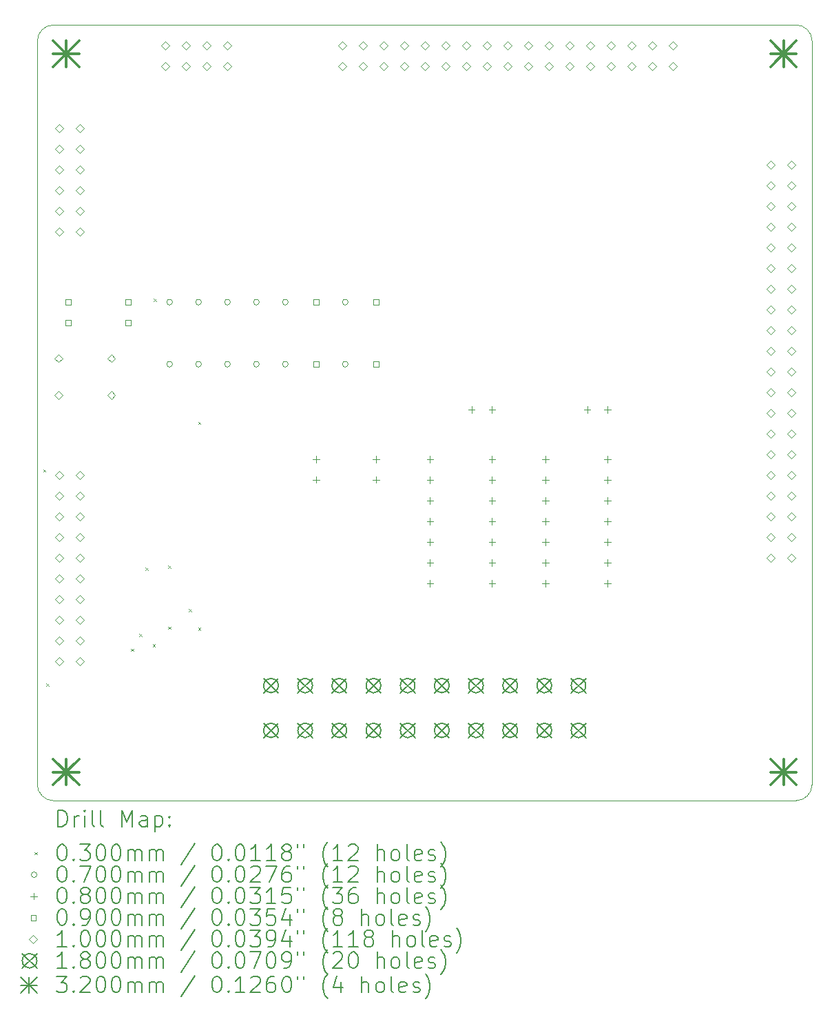
<source format=gbr>
%TF.GenerationSoftware,KiCad,Pcbnew,8.0.2*%
%TF.CreationDate,2024-06-21T19:26:26+02:00*%
%TF.ProjectId,power_board_v2,706f7765-725f-4626-9f61-72645f76322e,2.0*%
%TF.SameCoordinates,Original*%
%TF.FileFunction,Drillmap*%
%TF.FilePolarity,Positive*%
%FSLAX45Y45*%
G04 Gerber Fmt 4.5, Leading zero omitted, Abs format (unit mm)*
G04 Created by KiCad (PCBNEW 8.0.2) date 2024-06-21 19:26:26*
%MOMM*%
%LPD*%
G01*
G04 APERTURE LIST*
%ADD10C,0.100000*%
%ADD11C,0.200000*%
%ADD12C,0.180000*%
%ADD13C,0.320000*%
G04 APERTURE END LIST*
D10*
X2540000Y-2740000D02*
X2540000Y-11865000D01*
X12065000Y-2740000D02*
X12065000Y-11865000D01*
X12065000Y-11865000D02*
G75*
G02*
X11865000Y-12065000I-200000J0D01*
G01*
X2740000Y-12065000D02*
G75*
G02*
X2540000Y-11865000I0J200000D01*
G01*
X2540000Y-2740000D02*
G75*
G02*
X2740000Y-2540000I200000J0D01*
G01*
X11865000Y-2540000D02*
G75*
G02*
X12065000Y-2740000I0J-200000D01*
G01*
X2740000Y-12065000D02*
X11865000Y-12065000D01*
X2740000Y-2540000D02*
X11865000Y-2540000D01*
D11*
D10*
X2613900Y-7998700D02*
X2643900Y-8028700D01*
X2643900Y-7998700D02*
X2613900Y-8028700D01*
X2652000Y-10627600D02*
X2682000Y-10657600D01*
X2682000Y-10627600D02*
X2652000Y-10657600D01*
X3693400Y-10196980D02*
X3723400Y-10226980D01*
X3723400Y-10196980D02*
X3693400Y-10226980D01*
X3795000Y-10018000D02*
X3825000Y-10048000D01*
X3825000Y-10018000D02*
X3795000Y-10048000D01*
X3871200Y-9204020D02*
X3901200Y-9234020D01*
X3901200Y-9204020D02*
X3871200Y-9234020D01*
X3960100Y-10145000D02*
X3990100Y-10175000D01*
X3990100Y-10145000D02*
X3960100Y-10175000D01*
X3972800Y-5903200D02*
X4002800Y-5933200D01*
X4002800Y-5903200D02*
X3972800Y-5933200D01*
X4150600Y-9179800D02*
X4180600Y-9209800D01*
X4180600Y-9179800D02*
X4150600Y-9209800D01*
X4150600Y-9929100D02*
X4180600Y-9959100D01*
X4180600Y-9929100D02*
X4150600Y-9959100D01*
X4404600Y-9713200D02*
X4434600Y-9743200D01*
X4434600Y-9713200D02*
X4404600Y-9743200D01*
X4518900Y-7414500D02*
X4548900Y-7444500D01*
X4548900Y-7414500D02*
X4518900Y-7444500D01*
X4518900Y-9941800D02*
X4548900Y-9971800D01*
X4548900Y-9941800D02*
X4518900Y-9971800D01*
X4200600Y-5943600D02*
G75*
G02*
X4130600Y-5943600I-35000J0D01*
G01*
X4130600Y-5943600D02*
G75*
G02*
X4200600Y-5943600I35000J0D01*
G01*
X4200600Y-6705600D02*
G75*
G02*
X4130600Y-6705600I-35000J0D01*
G01*
X4130600Y-6705600D02*
G75*
G02*
X4200600Y-6705600I35000J0D01*
G01*
X4556200Y-5943600D02*
G75*
G02*
X4486200Y-5943600I-35000J0D01*
G01*
X4486200Y-5943600D02*
G75*
G02*
X4556200Y-5943600I35000J0D01*
G01*
X4556200Y-6705600D02*
G75*
G02*
X4486200Y-6705600I-35000J0D01*
G01*
X4486200Y-6705600D02*
G75*
G02*
X4556200Y-6705600I35000J0D01*
G01*
X4911800Y-5943600D02*
G75*
G02*
X4841800Y-5943600I-35000J0D01*
G01*
X4841800Y-5943600D02*
G75*
G02*
X4911800Y-5943600I35000J0D01*
G01*
X4911800Y-6705600D02*
G75*
G02*
X4841800Y-6705600I-35000J0D01*
G01*
X4841800Y-6705600D02*
G75*
G02*
X4911800Y-6705600I35000J0D01*
G01*
X5267400Y-5943600D02*
G75*
G02*
X5197400Y-5943600I-35000J0D01*
G01*
X5197400Y-5943600D02*
G75*
G02*
X5267400Y-5943600I35000J0D01*
G01*
X5267400Y-6705600D02*
G75*
G02*
X5197400Y-6705600I-35000J0D01*
G01*
X5197400Y-6705600D02*
G75*
G02*
X5267400Y-6705600I35000J0D01*
G01*
X5623000Y-5943600D02*
G75*
G02*
X5553000Y-5943600I-35000J0D01*
G01*
X5553000Y-5943600D02*
G75*
G02*
X5623000Y-5943600I35000J0D01*
G01*
X5623000Y-6705600D02*
G75*
G02*
X5553000Y-6705600I-35000J0D01*
G01*
X5553000Y-6705600D02*
G75*
G02*
X5623000Y-6705600I35000J0D01*
G01*
X6359600Y-5943600D02*
G75*
G02*
X6289600Y-5943600I-35000J0D01*
G01*
X6289600Y-5943600D02*
G75*
G02*
X6359600Y-5943600I35000J0D01*
G01*
X6359600Y-6705600D02*
G75*
G02*
X6289600Y-6705600I-35000J0D01*
G01*
X6289600Y-6705600D02*
G75*
G02*
X6359600Y-6705600I35000J0D01*
G01*
X5969000Y-7833500D02*
X5969000Y-7913500D01*
X5929000Y-7873500D02*
X6009000Y-7873500D01*
X5969000Y-8083500D02*
X5969000Y-8163500D01*
X5929000Y-8123500D02*
X6009000Y-8123500D01*
X6705600Y-7833500D02*
X6705600Y-7913500D01*
X6665600Y-7873500D02*
X6745600Y-7873500D01*
X6705600Y-8083500D02*
X6705600Y-8163500D01*
X6665600Y-8123500D02*
X6745600Y-8123500D01*
X7367000Y-7833500D02*
X7367000Y-7913500D01*
X7327000Y-7873500D02*
X7407000Y-7873500D01*
X7367000Y-8087500D02*
X7367000Y-8167500D01*
X7327000Y-8127500D02*
X7407000Y-8127500D01*
X7367000Y-8341500D02*
X7367000Y-8421500D01*
X7327000Y-8381500D02*
X7407000Y-8381500D01*
X7367000Y-8595500D02*
X7367000Y-8675500D01*
X7327000Y-8635500D02*
X7407000Y-8635500D01*
X7367000Y-8849500D02*
X7367000Y-8929500D01*
X7327000Y-8889500D02*
X7407000Y-8889500D01*
X7367000Y-9103500D02*
X7367000Y-9183500D01*
X7327000Y-9143500D02*
X7407000Y-9143500D01*
X7367000Y-9357500D02*
X7367000Y-9437500D01*
X7327000Y-9397500D02*
X7407000Y-9397500D01*
X7879000Y-7224400D02*
X7879000Y-7304400D01*
X7839000Y-7264400D02*
X7919000Y-7264400D01*
X8129000Y-7224400D02*
X8129000Y-7304400D01*
X8089000Y-7264400D02*
X8169000Y-7264400D01*
X8129000Y-7833500D02*
X8129000Y-7913500D01*
X8089000Y-7873500D02*
X8169000Y-7873500D01*
X8129000Y-8087500D02*
X8129000Y-8167500D01*
X8089000Y-8127500D02*
X8169000Y-8127500D01*
X8129000Y-8341500D02*
X8129000Y-8421500D01*
X8089000Y-8381500D02*
X8169000Y-8381500D01*
X8129000Y-8595500D02*
X8129000Y-8675500D01*
X8089000Y-8635500D02*
X8169000Y-8635500D01*
X8129000Y-8849500D02*
X8129000Y-8929500D01*
X8089000Y-8889500D02*
X8169000Y-8889500D01*
X8129000Y-9103500D02*
X8129000Y-9183500D01*
X8089000Y-9143500D02*
X8169000Y-9143500D01*
X8129000Y-9357500D02*
X8129000Y-9437500D01*
X8089000Y-9397500D02*
X8169000Y-9397500D01*
X8788400Y-7834000D02*
X8788400Y-7914000D01*
X8748400Y-7874000D02*
X8828400Y-7874000D01*
X8788400Y-8088000D02*
X8788400Y-8168000D01*
X8748400Y-8128000D02*
X8828400Y-8128000D01*
X8788400Y-8342000D02*
X8788400Y-8422000D01*
X8748400Y-8382000D02*
X8828400Y-8382000D01*
X8788400Y-8596000D02*
X8788400Y-8676000D01*
X8748400Y-8636000D02*
X8828400Y-8636000D01*
X8788400Y-8850000D02*
X8788400Y-8930000D01*
X8748400Y-8890000D02*
X8828400Y-8890000D01*
X8788400Y-9104000D02*
X8788400Y-9184000D01*
X8748400Y-9144000D02*
X8828400Y-9144000D01*
X8788400Y-9358000D02*
X8788400Y-9438000D01*
X8748400Y-9398000D02*
X8828400Y-9398000D01*
X9300400Y-7224400D02*
X9300400Y-7304400D01*
X9260400Y-7264400D02*
X9340400Y-7264400D01*
X9550400Y-7224400D02*
X9550400Y-7304400D01*
X9510400Y-7264400D02*
X9590400Y-7264400D01*
X9550400Y-7834000D02*
X9550400Y-7914000D01*
X9510400Y-7874000D02*
X9590400Y-7874000D01*
X9550400Y-8088000D02*
X9550400Y-8168000D01*
X9510400Y-8128000D02*
X9590400Y-8128000D01*
X9550400Y-8342000D02*
X9550400Y-8422000D01*
X9510400Y-8382000D02*
X9590400Y-8382000D01*
X9550400Y-8596000D02*
X9550400Y-8676000D01*
X9510400Y-8636000D02*
X9590400Y-8636000D01*
X9550400Y-8850000D02*
X9550400Y-8930000D01*
X9510400Y-8890000D02*
X9590400Y-8890000D01*
X9550400Y-9104000D02*
X9550400Y-9184000D01*
X9510400Y-9144000D02*
X9590400Y-9144000D01*
X9550400Y-9358000D02*
X9550400Y-9438000D01*
X9510400Y-9398000D02*
X9590400Y-9398000D01*
X2952820Y-5975420D02*
X2952820Y-5911780D01*
X2889180Y-5911780D01*
X2889180Y-5975420D01*
X2952820Y-5975420D01*
X2952820Y-6229420D02*
X2952820Y-6165780D01*
X2889180Y-6165780D01*
X2889180Y-6229420D01*
X2952820Y-6229420D01*
X3689420Y-5975420D02*
X3689420Y-5911780D01*
X3625780Y-5911780D01*
X3625780Y-5975420D01*
X3689420Y-5975420D01*
X3689420Y-6229420D02*
X3689420Y-6165780D01*
X3625780Y-6165780D01*
X3625780Y-6229420D01*
X3689420Y-6229420D01*
X6000820Y-5975420D02*
X6000820Y-5911780D01*
X5937180Y-5911780D01*
X5937180Y-5975420D01*
X6000820Y-5975420D01*
X6000820Y-6737420D02*
X6000820Y-6673780D01*
X5937180Y-6673780D01*
X5937180Y-6737420D01*
X6000820Y-6737420D01*
X6737420Y-5975420D02*
X6737420Y-5911780D01*
X6673780Y-5911780D01*
X6673780Y-5975420D01*
X6737420Y-5975420D01*
X6737420Y-6737420D02*
X6737420Y-6673780D01*
X6673780Y-6673780D01*
X6673780Y-6737420D01*
X6737420Y-6737420D01*
X2799200Y-6683000D02*
X2849200Y-6633000D01*
X2799200Y-6583000D01*
X2749200Y-6633000D01*
X2799200Y-6683000D01*
X2799200Y-7133000D02*
X2849200Y-7083000D01*
X2799200Y-7033000D01*
X2749200Y-7083000D01*
X2799200Y-7133000D01*
X2806700Y-3860000D02*
X2856700Y-3810000D01*
X2806700Y-3760000D01*
X2756700Y-3810000D01*
X2806700Y-3860000D01*
X2806700Y-4114000D02*
X2856700Y-4064000D01*
X2806700Y-4014000D01*
X2756700Y-4064000D01*
X2806700Y-4114000D01*
X2806700Y-4368000D02*
X2856700Y-4318000D01*
X2806700Y-4268000D01*
X2756700Y-4318000D01*
X2806700Y-4368000D01*
X2806700Y-4622000D02*
X2856700Y-4572000D01*
X2806700Y-4522000D01*
X2756700Y-4572000D01*
X2806700Y-4622000D01*
X2806700Y-4876000D02*
X2856700Y-4826000D01*
X2806700Y-4776000D01*
X2756700Y-4826000D01*
X2806700Y-4876000D01*
X2806700Y-5130000D02*
X2856700Y-5080000D01*
X2806700Y-5030000D01*
X2756700Y-5080000D01*
X2806700Y-5130000D01*
X2806700Y-8114500D02*
X2856700Y-8064500D01*
X2806700Y-8014500D01*
X2756700Y-8064500D01*
X2806700Y-8114500D01*
X2806700Y-8368500D02*
X2856700Y-8318500D01*
X2806700Y-8268500D01*
X2756700Y-8318500D01*
X2806700Y-8368500D01*
X2806700Y-8622500D02*
X2856700Y-8572500D01*
X2806700Y-8522500D01*
X2756700Y-8572500D01*
X2806700Y-8622500D01*
X2806700Y-8876500D02*
X2856700Y-8826500D01*
X2806700Y-8776500D01*
X2756700Y-8826500D01*
X2806700Y-8876500D01*
X2806700Y-9130500D02*
X2856700Y-9080500D01*
X2806700Y-9030500D01*
X2756700Y-9080500D01*
X2806700Y-9130500D01*
X2806700Y-9384500D02*
X2856700Y-9334500D01*
X2806700Y-9284500D01*
X2756700Y-9334500D01*
X2806700Y-9384500D01*
X2806700Y-9638500D02*
X2856700Y-9588500D01*
X2806700Y-9538500D01*
X2756700Y-9588500D01*
X2806700Y-9638500D01*
X2806700Y-9892500D02*
X2856700Y-9842500D01*
X2806700Y-9792500D01*
X2756700Y-9842500D01*
X2806700Y-9892500D01*
X2806700Y-10146500D02*
X2856700Y-10096500D01*
X2806700Y-10046500D01*
X2756700Y-10096500D01*
X2806700Y-10146500D01*
X2806700Y-10400500D02*
X2856700Y-10350500D01*
X2806700Y-10300500D01*
X2756700Y-10350500D01*
X2806700Y-10400500D01*
X3060700Y-3860000D02*
X3110700Y-3810000D01*
X3060700Y-3760000D01*
X3010700Y-3810000D01*
X3060700Y-3860000D01*
X3060700Y-4114000D02*
X3110700Y-4064000D01*
X3060700Y-4014000D01*
X3010700Y-4064000D01*
X3060700Y-4114000D01*
X3060700Y-4368000D02*
X3110700Y-4318000D01*
X3060700Y-4268000D01*
X3010700Y-4318000D01*
X3060700Y-4368000D01*
X3060700Y-4622000D02*
X3110700Y-4572000D01*
X3060700Y-4522000D01*
X3010700Y-4572000D01*
X3060700Y-4622000D01*
X3060700Y-4876000D02*
X3110700Y-4826000D01*
X3060700Y-4776000D01*
X3010700Y-4826000D01*
X3060700Y-4876000D01*
X3060700Y-5130000D02*
X3110700Y-5080000D01*
X3060700Y-5030000D01*
X3010700Y-5080000D01*
X3060700Y-5130000D01*
X3060700Y-8114500D02*
X3110700Y-8064500D01*
X3060700Y-8014500D01*
X3010700Y-8064500D01*
X3060700Y-8114500D01*
X3060700Y-8368500D02*
X3110700Y-8318500D01*
X3060700Y-8268500D01*
X3010700Y-8318500D01*
X3060700Y-8368500D01*
X3060700Y-8622500D02*
X3110700Y-8572500D01*
X3060700Y-8522500D01*
X3010700Y-8572500D01*
X3060700Y-8622500D01*
X3060700Y-8876500D02*
X3110700Y-8826500D01*
X3060700Y-8776500D01*
X3010700Y-8826500D01*
X3060700Y-8876500D01*
X3060700Y-9130500D02*
X3110700Y-9080500D01*
X3060700Y-9030500D01*
X3010700Y-9080500D01*
X3060700Y-9130500D01*
X3060700Y-9384500D02*
X3110700Y-9334500D01*
X3060700Y-9284500D01*
X3010700Y-9334500D01*
X3060700Y-9384500D01*
X3060700Y-9638500D02*
X3110700Y-9588500D01*
X3060700Y-9538500D01*
X3010700Y-9588500D01*
X3060700Y-9638500D01*
X3060700Y-9892500D02*
X3110700Y-9842500D01*
X3060700Y-9792500D01*
X3010700Y-9842500D01*
X3060700Y-9892500D01*
X3060700Y-10146500D02*
X3110700Y-10096500D01*
X3060700Y-10046500D01*
X3010700Y-10096500D01*
X3060700Y-10146500D01*
X3060700Y-10400500D02*
X3110700Y-10350500D01*
X3060700Y-10300500D01*
X3010700Y-10350500D01*
X3060700Y-10400500D01*
X3449200Y-6683000D02*
X3499200Y-6633000D01*
X3449200Y-6583000D01*
X3399200Y-6633000D01*
X3449200Y-6683000D01*
X3449200Y-7133000D02*
X3499200Y-7083000D01*
X3449200Y-7033000D01*
X3399200Y-7083000D01*
X3449200Y-7133000D01*
X4114800Y-2844000D02*
X4164800Y-2794000D01*
X4114800Y-2744000D01*
X4064800Y-2794000D01*
X4114800Y-2844000D01*
X4114800Y-3098000D02*
X4164800Y-3048000D01*
X4114800Y-2998000D01*
X4064800Y-3048000D01*
X4114800Y-3098000D01*
X4368800Y-2844000D02*
X4418800Y-2794000D01*
X4368800Y-2744000D01*
X4318800Y-2794000D01*
X4368800Y-2844000D01*
X4368800Y-3098000D02*
X4418800Y-3048000D01*
X4368800Y-2998000D01*
X4318800Y-3048000D01*
X4368800Y-3098000D01*
X4622800Y-2844000D02*
X4672800Y-2794000D01*
X4622800Y-2744000D01*
X4572800Y-2794000D01*
X4622800Y-2844000D01*
X4622800Y-3098000D02*
X4672800Y-3048000D01*
X4622800Y-2998000D01*
X4572800Y-3048000D01*
X4622800Y-3098000D01*
X4876800Y-2844000D02*
X4926800Y-2794000D01*
X4876800Y-2744000D01*
X4826800Y-2794000D01*
X4876800Y-2844000D01*
X4876800Y-3098000D02*
X4926800Y-3048000D01*
X4876800Y-2998000D01*
X4826800Y-3048000D01*
X4876800Y-3098000D01*
X6286500Y-2844000D02*
X6336500Y-2794000D01*
X6286500Y-2744000D01*
X6236500Y-2794000D01*
X6286500Y-2844000D01*
X6286500Y-3098000D02*
X6336500Y-3048000D01*
X6286500Y-2998000D01*
X6236500Y-3048000D01*
X6286500Y-3098000D01*
X6540500Y-2844000D02*
X6590500Y-2794000D01*
X6540500Y-2744000D01*
X6490500Y-2794000D01*
X6540500Y-2844000D01*
X6540500Y-3098000D02*
X6590500Y-3048000D01*
X6540500Y-2998000D01*
X6490500Y-3048000D01*
X6540500Y-3098000D01*
X6794500Y-2844000D02*
X6844500Y-2794000D01*
X6794500Y-2744000D01*
X6744500Y-2794000D01*
X6794500Y-2844000D01*
X6794500Y-3098000D02*
X6844500Y-3048000D01*
X6794500Y-2998000D01*
X6744500Y-3048000D01*
X6794500Y-3098000D01*
X7048500Y-2844000D02*
X7098500Y-2794000D01*
X7048500Y-2744000D01*
X6998500Y-2794000D01*
X7048500Y-2844000D01*
X7048500Y-3098000D02*
X7098500Y-3048000D01*
X7048500Y-2998000D01*
X6998500Y-3048000D01*
X7048500Y-3098000D01*
X7302500Y-2844000D02*
X7352500Y-2794000D01*
X7302500Y-2744000D01*
X7252500Y-2794000D01*
X7302500Y-2844000D01*
X7302500Y-3098000D02*
X7352500Y-3048000D01*
X7302500Y-2998000D01*
X7252500Y-3048000D01*
X7302500Y-3098000D01*
X7556500Y-2844000D02*
X7606500Y-2794000D01*
X7556500Y-2744000D01*
X7506500Y-2794000D01*
X7556500Y-2844000D01*
X7556500Y-3098000D02*
X7606500Y-3048000D01*
X7556500Y-2998000D01*
X7506500Y-3048000D01*
X7556500Y-3098000D01*
X7810500Y-2844000D02*
X7860500Y-2794000D01*
X7810500Y-2744000D01*
X7760500Y-2794000D01*
X7810500Y-2844000D01*
X7810500Y-3098000D02*
X7860500Y-3048000D01*
X7810500Y-2998000D01*
X7760500Y-3048000D01*
X7810500Y-3098000D01*
X8064500Y-2844000D02*
X8114500Y-2794000D01*
X8064500Y-2744000D01*
X8014500Y-2794000D01*
X8064500Y-2844000D01*
X8064500Y-3098000D02*
X8114500Y-3048000D01*
X8064500Y-2998000D01*
X8014500Y-3048000D01*
X8064500Y-3098000D01*
X8318500Y-2844000D02*
X8368500Y-2794000D01*
X8318500Y-2744000D01*
X8268500Y-2794000D01*
X8318500Y-2844000D01*
X8318500Y-3098000D02*
X8368500Y-3048000D01*
X8318500Y-2998000D01*
X8268500Y-3048000D01*
X8318500Y-3098000D01*
X8572500Y-2844000D02*
X8622500Y-2794000D01*
X8572500Y-2744000D01*
X8522500Y-2794000D01*
X8572500Y-2844000D01*
X8572500Y-3098000D02*
X8622500Y-3048000D01*
X8572500Y-2998000D01*
X8522500Y-3048000D01*
X8572500Y-3098000D01*
X8826500Y-2844000D02*
X8876500Y-2794000D01*
X8826500Y-2744000D01*
X8776500Y-2794000D01*
X8826500Y-2844000D01*
X8826500Y-3098000D02*
X8876500Y-3048000D01*
X8826500Y-2998000D01*
X8776500Y-3048000D01*
X8826500Y-3098000D01*
X9080500Y-2844000D02*
X9130500Y-2794000D01*
X9080500Y-2744000D01*
X9030500Y-2794000D01*
X9080500Y-2844000D01*
X9080500Y-3098000D02*
X9130500Y-3048000D01*
X9080500Y-2998000D01*
X9030500Y-3048000D01*
X9080500Y-3098000D01*
X9334500Y-2844000D02*
X9384500Y-2794000D01*
X9334500Y-2744000D01*
X9284500Y-2794000D01*
X9334500Y-2844000D01*
X9334500Y-3098000D02*
X9384500Y-3048000D01*
X9334500Y-2998000D01*
X9284500Y-3048000D01*
X9334500Y-3098000D01*
X9588500Y-2844000D02*
X9638500Y-2794000D01*
X9588500Y-2744000D01*
X9538500Y-2794000D01*
X9588500Y-2844000D01*
X9588500Y-3098000D02*
X9638500Y-3048000D01*
X9588500Y-2998000D01*
X9538500Y-3048000D01*
X9588500Y-3098000D01*
X9842500Y-2844000D02*
X9892500Y-2794000D01*
X9842500Y-2744000D01*
X9792500Y-2794000D01*
X9842500Y-2844000D01*
X9842500Y-3098000D02*
X9892500Y-3048000D01*
X9842500Y-2998000D01*
X9792500Y-3048000D01*
X9842500Y-3098000D01*
X10096500Y-2844000D02*
X10146500Y-2794000D01*
X10096500Y-2744000D01*
X10046500Y-2794000D01*
X10096500Y-2844000D01*
X10096500Y-3098000D02*
X10146500Y-3048000D01*
X10096500Y-2998000D01*
X10046500Y-3048000D01*
X10096500Y-3098000D01*
X10350500Y-2844000D02*
X10400500Y-2794000D01*
X10350500Y-2744000D01*
X10300500Y-2794000D01*
X10350500Y-2844000D01*
X10350500Y-3098000D02*
X10400500Y-3048000D01*
X10350500Y-2998000D01*
X10300500Y-3048000D01*
X10350500Y-3098000D01*
X11557000Y-4304500D02*
X11607000Y-4254500D01*
X11557000Y-4204500D01*
X11507000Y-4254500D01*
X11557000Y-4304500D01*
X11557000Y-4558500D02*
X11607000Y-4508500D01*
X11557000Y-4458500D01*
X11507000Y-4508500D01*
X11557000Y-4558500D01*
X11557000Y-4812500D02*
X11607000Y-4762500D01*
X11557000Y-4712500D01*
X11507000Y-4762500D01*
X11557000Y-4812500D01*
X11557000Y-5066500D02*
X11607000Y-5016500D01*
X11557000Y-4966500D01*
X11507000Y-5016500D01*
X11557000Y-5066500D01*
X11557000Y-5320500D02*
X11607000Y-5270500D01*
X11557000Y-5220500D01*
X11507000Y-5270500D01*
X11557000Y-5320500D01*
X11557000Y-5574500D02*
X11607000Y-5524500D01*
X11557000Y-5474500D01*
X11507000Y-5524500D01*
X11557000Y-5574500D01*
X11557000Y-5828500D02*
X11607000Y-5778500D01*
X11557000Y-5728500D01*
X11507000Y-5778500D01*
X11557000Y-5828500D01*
X11557000Y-6082500D02*
X11607000Y-6032500D01*
X11557000Y-5982500D01*
X11507000Y-6032500D01*
X11557000Y-6082500D01*
X11557000Y-6336500D02*
X11607000Y-6286500D01*
X11557000Y-6236500D01*
X11507000Y-6286500D01*
X11557000Y-6336500D01*
X11557000Y-6590500D02*
X11607000Y-6540500D01*
X11557000Y-6490500D01*
X11507000Y-6540500D01*
X11557000Y-6590500D01*
X11557000Y-6844500D02*
X11607000Y-6794500D01*
X11557000Y-6744500D01*
X11507000Y-6794500D01*
X11557000Y-6844500D01*
X11557000Y-7098500D02*
X11607000Y-7048500D01*
X11557000Y-6998500D01*
X11507000Y-7048500D01*
X11557000Y-7098500D01*
X11557000Y-7352500D02*
X11607000Y-7302500D01*
X11557000Y-7252500D01*
X11507000Y-7302500D01*
X11557000Y-7352500D01*
X11557000Y-7606500D02*
X11607000Y-7556500D01*
X11557000Y-7506500D01*
X11507000Y-7556500D01*
X11557000Y-7606500D01*
X11557000Y-7860500D02*
X11607000Y-7810500D01*
X11557000Y-7760500D01*
X11507000Y-7810500D01*
X11557000Y-7860500D01*
X11557000Y-8114500D02*
X11607000Y-8064500D01*
X11557000Y-8014500D01*
X11507000Y-8064500D01*
X11557000Y-8114500D01*
X11557000Y-8368500D02*
X11607000Y-8318500D01*
X11557000Y-8268500D01*
X11507000Y-8318500D01*
X11557000Y-8368500D01*
X11557000Y-8622500D02*
X11607000Y-8572500D01*
X11557000Y-8522500D01*
X11507000Y-8572500D01*
X11557000Y-8622500D01*
X11557000Y-8876500D02*
X11607000Y-8826500D01*
X11557000Y-8776500D01*
X11507000Y-8826500D01*
X11557000Y-8876500D01*
X11557000Y-9130500D02*
X11607000Y-9080500D01*
X11557000Y-9030500D01*
X11507000Y-9080500D01*
X11557000Y-9130500D01*
X11811000Y-4304500D02*
X11861000Y-4254500D01*
X11811000Y-4204500D01*
X11761000Y-4254500D01*
X11811000Y-4304500D01*
X11811000Y-4558500D02*
X11861000Y-4508500D01*
X11811000Y-4458500D01*
X11761000Y-4508500D01*
X11811000Y-4558500D01*
X11811000Y-4812500D02*
X11861000Y-4762500D01*
X11811000Y-4712500D01*
X11761000Y-4762500D01*
X11811000Y-4812500D01*
X11811000Y-5066500D02*
X11861000Y-5016500D01*
X11811000Y-4966500D01*
X11761000Y-5016500D01*
X11811000Y-5066500D01*
X11811000Y-5320500D02*
X11861000Y-5270500D01*
X11811000Y-5220500D01*
X11761000Y-5270500D01*
X11811000Y-5320500D01*
X11811000Y-5574500D02*
X11861000Y-5524500D01*
X11811000Y-5474500D01*
X11761000Y-5524500D01*
X11811000Y-5574500D01*
X11811000Y-5828500D02*
X11861000Y-5778500D01*
X11811000Y-5728500D01*
X11761000Y-5778500D01*
X11811000Y-5828500D01*
X11811000Y-6082500D02*
X11861000Y-6032500D01*
X11811000Y-5982500D01*
X11761000Y-6032500D01*
X11811000Y-6082500D01*
X11811000Y-6336500D02*
X11861000Y-6286500D01*
X11811000Y-6236500D01*
X11761000Y-6286500D01*
X11811000Y-6336500D01*
X11811000Y-6590500D02*
X11861000Y-6540500D01*
X11811000Y-6490500D01*
X11761000Y-6540500D01*
X11811000Y-6590500D01*
X11811000Y-6844500D02*
X11861000Y-6794500D01*
X11811000Y-6744500D01*
X11761000Y-6794500D01*
X11811000Y-6844500D01*
X11811000Y-7098500D02*
X11861000Y-7048500D01*
X11811000Y-6998500D01*
X11761000Y-7048500D01*
X11811000Y-7098500D01*
X11811000Y-7352500D02*
X11861000Y-7302500D01*
X11811000Y-7252500D01*
X11761000Y-7302500D01*
X11811000Y-7352500D01*
X11811000Y-7606500D02*
X11861000Y-7556500D01*
X11811000Y-7506500D01*
X11761000Y-7556500D01*
X11811000Y-7606500D01*
X11811000Y-7860500D02*
X11861000Y-7810500D01*
X11811000Y-7760500D01*
X11761000Y-7810500D01*
X11811000Y-7860500D01*
X11811000Y-8114500D02*
X11861000Y-8064500D01*
X11811000Y-8014500D01*
X11761000Y-8064500D01*
X11811000Y-8114500D01*
X11811000Y-8368500D02*
X11861000Y-8318500D01*
X11811000Y-8268500D01*
X11761000Y-8318500D01*
X11811000Y-8368500D01*
X11811000Y-8622500D02*
X11861000Y-8572500D01*
X11811000Y-8522500D01*
X11761000Y-8572500D01*
X11811000Y-8622500D01*
X11811000Y-8876500D02*
X11861000Y-8826500D01*
X11811000Y-8776500D01*
X11761000Y-8826500D01*
X11811000Y-8876500D01*
X11811000Y-9130500D02*
X11861000Y-9080500D01*
X11811000Y-9030500D01*
X11761000Y-9080500D01*
X11811000Y-9130500D01*
D12*
X5322500Y-10561400D02*
X5502500Y-10741400D01*
X5502500Y-10561400D02*
X5322500Y-10741400D01*
X5502500Y-10651400D02*
G75*
G02*
X5322500Y-10651400I-90000J0D01*
G01*
X5322500Y-10651400D02*
G75*
G02*
X5502500Y-10651400I90000J0D01*
G01*
X5322500Y-11111400D02*
X5502500Y-11291400D01*
X5502500Y-11111400D02*
X5322500Y-11291400D01*
X5502500Y-11201400D02*
G75*
G02*
X5322500Y-11201400I-90000J0D01*
G01*
X5322500Y-11201400D02*
G75*
G02*
X5502500Y-11201400I90000J0D01*
G01*
X5742500Y-10561400D02*
X5922500Y-10741400D01*
X5922500Y-10561400D02*
X5742500Y-10741400D01*
X5922500Y-10651400D02*
G75*
G02*
X5742500Y-10651400I-90000J0D01*
G01*
X5742500Y-10651400D02*
G75*
G02*
X5922500Y-10651400I90000J0D01*
G01*
X5742500Y-11111400D02*
X5922500Y-11291400D01*
X5922500Y-11111400D02*
X5742500Y-11291400D01*
X5922500Y-11201400D02*
G75*
G02*
X5742500Y-11201400I-90000J0D01*
G01*
X5742500Y-11201400D02*
G75*
G02*
X5922500Y-11201400I90000J0D01*
G01*
X6162500Y-10561400D02*
X6342500Y-10741400D01*
X6342500Y-10561400D02*
X6162500Y-10741400D01*
X6342500Y-10651400D02*
G75*
G02*
X6162500Y-10651400I-90000J0D01*
G01*
X6162500Y-10651400D02*
G75*
G02*
X6342500Y-10651400I90000J0D01*
G01*
X6162500Y-11111400D02*
X6342500Y-11291400D01*
X6342500Y-11111400D02*
X6162500Y-11291400D01*
X6342500Y-11201400D02*
G75*
G02*
X6162500Y-11201400I-90000J0D01*
G01*
X6162500Y-11201400D02*
G75*
G02*
X6342500Y-11201400I90000J0D01*
G01*
X6582500Y-10561400D02*
X6762500Y-10741400D01*
X6762500Y-10561400D02*
X6582500Y-10741400D01*
X6762500Y-10651400D02*
G75*
G02*
X6582500Y-10651400I-90000J0D01*
G01*
X6582500Y-10651400D02*
G75*
G02*
X6762500Y-10651400I90000J0D01*
G01*
X6582500Y-11111400D02*
X6762500Y-11291400D01*
X6762500Y-11111400D02*
X6582500Y-11291400D01*
X6762500Y-11201400D02*
G75*
G02*
X6582500Y-11201400I-90000J0D01*
G01*
X6582500Y-11201400D02*
G75*
G02*
X6762500Y-11201400I90000J0D01*
G01*
X7002500Y-10561400D02*
X7182500Y-10741400D01*
X7182500Y-10561400D02*
X7002500Y-10741400D01*
X7182500Y-10651400D02*
G75*
G02*
X7002500Y-10651400I-90000J0D01*
G01*
X7002500Y-10651400D02*
G75*
G02*
X7182500Y-10651400I90000J0D01*
G01*
X7002500Y-11111400D02*
X7182500Y-11291400D01*
X7182500Y-11111400D02*
X7002500Y-11291400D01*
X7182500Y-11201400D02*
G75*
G02*
X7002500Y-11201400I-90000J0D01*
G01*
X7002500Y-11201400D02*
G75*
G02*
X7182500Y-11201400I90000J0D01*
G01*
X7422500Y-10561400D02*
X7602500Y-10741400D01*
X7602500Y-10561400D02*
X7422500Y-10741400D01*
X7602500Y-10651400D02*
G75*
G02*
X7422500Y-10651400I-90000J0D01*
G01*
X7422500Y-10651400D02*
G75*
G02*
X7602500Y-10651400I90000J0D01*
G01*
X7422500Y-11111400D02*
X7602500Y-11291400D01*
X7602500Y-11111400D02*
X7422500Y-11291400D01*
X7602500Y-11201400D02*
G75*
G02*
X7422500Y-11201400I-90000J0D01*
G01*
X7422500Y-11201400D02*
G75*
G02*
X7602500Y-11201400I90000J0D01*
G01*
X7842500Y-10561400D02*
X8022500Y-10741400D01*
X8022500Y-10561400D02*
X7842500Y-10741400D01*
X8022500Y-10651400D02*
G75*
G02*
X7842500Y-10651400I-90000J0D01*
G01*
X7842500Y-10651400D02*
G75*
G02*
X8022500Y-10651400I90000J0D01*
G01*
X7842500Y-11111400D02*
X8022500Y-11291400D01*
X8022500Y-11111400D02*
X7842500Y-11291400D01*
X8022500Y-11201400D02*
G75*
G02*
X7842500Y-11201400I-90000J0D01*
G01*
X7842500Y-11201400D02*
G75*
G02*
X8022500Y-11201400I90000J0D01*
G01*
X8262500Y-10561400D02*
X8442500Y-10741400D01*
X8442500Y-10561400D02*
X8262500Y-10741400D01*
X8442500Y-10651400D02*
G75*
G02*
X8262500Y-10651400I-90000J0D01*
G01*
X8262500Y-10651400D02*
G75*
G02*
X8442500Y-10651400I90000J0D01*
G01*
X8262500Y-11111400D02*
X8442500Y-11291400D01*
X8442500Y-11111400D02*
X8262500Y-11291400D01*
X8442500Y-11201400D02*
G75*
G02*
X8262500Y-11201400I-90000J0D01*
G01*
X8262500Y-11201400D02*
G75*
G02*
X8442500Y-11201400I90000J0D01*
G01*
X8682500Y-10561400D02*
X8862500Y-10741400D01*
X8862500Y-10561400D02*
X8682500Y-10741400D01*
X8862500Y-10651400D02*
G75*
G02*
X8682500Y-10651400I-90000J0D01*
G01*
X8682500Y-10651400D02*
G75*
G02*
X8862500Y-10651400I90000J0D01*
G01*
X8682500Y-11111400D02*
X8862500Y-11291400D01*
X8862500Y-11111400D02*
X8682500Y-11291400D01*
X8862500Y-11201400D02*
G75*
G02*
X8682500Y-11201400I-90000J0D01*
G01*
X8682500Y-11201400D02*
G75*
G02*
X8862500Y-11201400I90000J0D01*
G01*
X9102500Y-10561400D02*
X9282500Y-10741400D01*
X9282500Y-10561400D02*
X9102500Y-10741400D01*
X9282500Y-10651400D02*
G75*
G02*
X9102500Y-10651400I-90000J0D01*
G01*
X9102500Y-10651400D02*
G75*
G02*
X9282500Y-10651400I90000J0D01*
G01*
X9102500Y-11111400D02*
X9282500Y-11291400D01*
X9282500Y-11111400D02*
X9102500Y-11291400D01*
X9282500Y-11201400D02*
G75*
G02*
X9102500Y-11201400I-90000J0D01*
G01*
X9102500Y-11201400D02*
G75*
G02*
X9282500Y-11201400I90000J0D01*
G01*
D13*
X2732500Y-2732500D02*
X3052500Y-3052500D01*
X3052500Y-2732500D02*
X2732500Y-3052500D01*
X2892500Y-2732500D02*
X2892500Y-3052500D01*
X2732500Y-2892500D02*
X3052500Y-2892500D01*
X2732500Y-11552500D02*
X3052500Y-11872500D01*
X3052500Y-11552500D02*
X2732500Y-11872500D01*
X2892500Y-11552500D02*
X2892500Y-11872500D01*
X2732500Y-11712500D02*
X3052500Y-11712500D01*
X11552500Y-2732500D02*
X11872500Y-3052500D01*
X11872500Y-2732500D02*
X11552500Y-3052500D01*
X11712500Y-2732500D02*
X11712500Y-3052500D01*
X11552500Y-2892500D02*
X11872500Y-2892500D01*
X11552500Y-11552500D02*
X11872500Y-11872500D01*
X11872500Y-11552500D02*
X11552500Y-11872500D01*
X11712500Y-11552500D02*
X11712500Y-11872500D01*
X11552500Y-11712500D02*
X11872500Y-11712500D01*
D11*
X2795777Y-12381484D02*
X2795777Y-12181484D01*
X2795777Y-12181484D02*
X2843396Y-12181484D01*
X2843396Y-12181484D02*
X2871967Y-12191008D01*
X2871967Y-12191008D02*
X2891015Y-12210055D01*
X2891015Y-12210055D02*
X2900539Y-12229103D01*
X2900539Y-12229103D02*
X2910062Y-12267198D01*
X2910062Y-12267198D02*
X2910062Y-12295769D01*
X2910062Y-12295769D02*
X2900539Y-12333865D01*
X2900539Y-12333865D02*
X2891015Y-12352912D01*
X2891015Y-12352912D02*
X2871967Y-12371960D01*
X2871967Y-12371960D02*
X2843396Y-12381484D01*
X2843396Y-12381484D02*
X2795777Y-12381484D01*
X2995777Y-12381484D02*
X2995777Y-12248150D01*
X2995777Y-12286246D02*
X3005301Y-12267198D01*
X3005301Y-12267198D02*
X3014824Y-12257674D01*
X3014824Y-12257674D02*
X3033872Y-12248150D01*
X3033872Y-12248150D02*
X3052920Y-12248150D01*
X3119586Y-12381484D02*
X3119586Y-12248150D01*
X3119586Y-12181484D02*
X3110062Y-12191008D01*
X3110062Y-12191008D02*
X3119586Y-12200531D01*
X3119586Y-12200531D02*
X3129110Y-12191008D01*
X3129110Y-12191008D02*
X3119586Y-12181484D01*
X3119586Y-12181484D02*
X3119586Y-12200531D01*
X3243396Y-12381484D02*
X3224348Y-12371960D01*
X3224348Y-12371960D02*
X3214824Y-12352912D01*
X3214824Y-12352912D02*
X3214824Y-12181484D01*
X3348158Y-12381484D02*
X3329110Y-12371960D01*
X3329110Y-12371960D02*
X3319586Y-12352912D01*
X3319586Y-12352912D02*
X3319586Y-12181484D01*
X3576729Y-12381484D02*
X3576729Y-12181484D01*
X3576729Y-12181484D02*
X3643396Y-12324341D01*
X3643396Y-12324341D02*
X3710062Y-12181484D01*
X3710062Y-12181484D02*
X3710062Y-12381484D01*
X3891015Y-12381484D02*
X3891015Y-12276722D01*
X3891015Y-12276722D02*
X3881491Y-12257674D01*
X3881491Y-12257674D02*
X3862443Y-12248150D01*
X3862443Y-12248150D02*
X3824348Y-12248150D01*
X3824348Y-12248150D02*
X3805301Y-12257674D01*
X3891015Y-12371960D02*
X3871967Y-12381484D01*
X3871967Y-12381484D02*
X3824348Y-12381484D01*
X3824348Y-12381484D02*
X3805301Y-12371960D01*
X3805301Y-12371960D02*
X3795777Y-12352912D01*
X3795777Y-12352912D02*
X3795777Y-12333865D01*
X3795777Y-12333865D02*
X3805301Y-12314817D01*
X3805301Y-12314817D02*
X3824348Y-12305293D01*
X3824348Y-12305293D02*
X3871967Y-12305293D01*
X3871967Y-12305293D02*
X3891015Y-12295769D01*
X3986253Y-12248150D02*
X3986253Y-12448150D01*
X3986253Y-12257674D02*
X4005301Y-12248150D01*
X4005301Y-12248150D02*
X4043396Y-12248150D01*
X4043396Y-12248150D02*
X4062443Y-12257674D01*
X4062443Y-12257674D02*
X4071967Y-12267198D01*
X4071967Y-12267198D02*
X4081491Y-12286246D01*
X4081491Y-12286246D02*
X4081491Y-12343388D01*
X4081491Y-12343388D02*
X4071967Y-12362436D01*
X4071967Y-12362436D02*
X4062443Y-12371960D01*
X4062443Y-12371960D02*
X4043396Y-12381484D01*
X4043396Y-12381484D02*
X4005301Y-12381484D01*
X4005301Y-12381484D02*
X3986253Y-12371960D01*
X4167205Y-12362436D02*
X4176729Y-12371960D01*
X4176729Y-12371960D02*
X4167205Y-12381484D01*
X4167205Y-12381484D02*
X4157682Y-12371960D01*
X4157682Y-12371960D02*
X4167205Y-12362436D01*
X4167205Y-12362436D02*
X4167205Y-12381484D01*
X4167205Y-12257674D02*
X4176729Y-12267198D01*
X4176729Y-12267198D02*
X4167205Y-12276722D01*
X4167205Y-12276722D02*
X4157682Y-12267198D01*
X4157682Y-12267198D02*
X4167205Y-12257674D01*
X4167205Y-12257674D02*
X4167205Y-12276722D01*
D10*
X2505000Y-12695000D02*
X2535000Y-12725000D01*
X2535000Y-12695000D02*
X2505000Y-12725000D01*
D11*
X2833872Y-12601484D02*
X2852920Y-12601484D01*
X2852920Y-12601484D02*
X2871967Y-12611008D01*
X2871967Y-12611008D02*
X2881491Y-12620531D01*
X2881491Y-12620531D02*
X2891015Y-12639579D01*
X2891015Y-12639579D02*
X2900539Y-12677674D01*
X2900539Y-12677674D02*
X2900539Y-12725293D01*
X2900539Y-12725293D02*
X2891015Y-12763388D01*
X2891015Y-12763388D02*
X2881491Y-12782436D01*
X2881491Y-12782436D02*
X2871967Y-12791960D01*
X2871967Y-12791960D02*
X2852920Y-12801484D01*
X2852920Y-12801484D02*
X2833872Y-12801484D01*
X2833872Y-12801484D02*
X2814824Y-12791960D01*
X2814824Y-12791960D02*
X2805301Y-12782436D01*
X2805301Y-12782436D02*
X2795777Y-12763388D01*
X2795777Y-12763388D02*
X2786253Y-12725293D01*
X2786253Y-12725293D02*
X2786253Y-12677674D01*
X2786253Y-12677674D02*
X2795777Y-12639579D01*
X2795777Y-12639579D02*
X2805301Y-12620531D01*
X2805301Y-12620531D02*
X2814824Y-12611008D01*
X2814824Y-12611008D02*
X2833872Y-12601484D01*
X2986253Y-12782436D02*
X2995777Y-12791960D01*
X2995777Y-12791960D02*
X2986253Y-12801484D01*
X2986253Y-12801484D02*
X2976729Y-12791960D01*
X2976729Y-12791960D02*
X2986253Y-12782436D01*
X2986253Y-12782436D02*
X2986253Y-12801484D01*
X3062443Y-12601484D02*
X3186253Y-12601484D01*
X3186253Y-12601484D02*
X3119586Y-12677674D01*
X3119586Y-12677674D02*
X3148158Y-12677674D01*
X3148158Y-12677674D02*
X3167205Y-12687198D01*
X3167205Y-12687198D02*
X3176729Y-12696722D01*
X3176729Y-12696722D02*
X3186253Y-12715769D01*
X3186253Y-12715769D02*
X3186253Y-12763388D01*
X3186253Y-12763388D02*
X3176729Y-12782436D01*
X3176729Y-12782436D02*
X3167205Y-12791960D01*
X3167205Y-12791960D02*
X3148158Y-12801484D01*
X3148158Y-12801484D02*
X3091015Y-12801484D01*
X3091015Y-12801484D02*
X3071967Y-12791960D01*
X3071967Y-12791960D02*
X3062443Y-12782436D01*
X3310062Y-12601484D02*
X3329110Y-12601484D01*
X3329110Y-12601484D02*
X3348158Y-12611008D01*
X3348158Y-12611008D02*
X3357682Y-12620531D01*
X3357682Y-12620531D02*
X3367205Y-12639579D01*
X3367205Y-12639579D02*
X3376729Y-12677674D01*
X3376729Y-12677674D02*
X3376729Y-12725293D01*
X3376729Y-12725293D02*
X3367205Y-12763388D01*
X3367205Y-12763388D02*
X3357682Y-12782436D01*
X3357682Y-12782436D02*
X3348158Y-12791960D01*
X3348158Y-12791960D02*
X3329110Y-12801484D01*
X3329110Y-12801484D02*
X3310062Y-12801484D01*
X3310062Y-12801484D02*
X3291015Y-12791960D01*
X3291015Y-12791960D02*
X3281491Y-12782436D01*
X3281491Y-12782436D02*
X3271967Y-12763388D01*
X3271967Y-12763388D02*
X3262443Y-12725293D01*
X3262443Y-12725293D02*
X3262443Y-12677674D01*
X3262443Y-12677674D02*
X3271967Y-12639579D01*
X3271967Y-12639579D02*
X3281491Y-12620531D01*
X3281491Y-12620531D02*
X3291015Y-12611008D01*
X3291015Y-12611008D02*
X3310062Y-12601484D01*
X3500539Y-12601484D02*
X3519586Y-12601484D01*
X3519586Y-12601484D02*
X3538634Y-12611008D01*
X3538634Y-12611008D02*
X3548158Y-12620531D01*
X3548158Y-12620531D02*
X3557682Y-12639579D01*
X3557682Y-12639579D02*
X3567205Y-12677674D01*
X3567205Y-12677674D02*
X3567205Y-12725293D01*
X3567205Y-12725293D02*
X3557682Y-12763388D01*
X3557682Y-12763388D02*
X3548158Y-12782436D01*
X3548158Y-12782436D02*
X3538634Y-12791960D01*
X3538634Y-12791960D02*
X3519586Y-12801484D01*
X3519586Y-12801484D02*
X3500539Y-12801484D01*
X3500539Y-12801484D02*
X3481491Y-12791960D01*
X3481491Y-12791960D02*
X3471967Y-12782436D01*
X3471967Y-12782436D02*
X3462443Y-12763388D01*
X3462443Y-12763388D02*
X3452920Y-12725293D01*
X3452920Y-12725293D02*
X3452920Y-12677674D01*
X3452920Y-12677674D02*
X3462443Y-12639579D01*
X3462443Y-12639579D02*
X3471967Y-12620531D01*
X3471967Y-12620531D02*
X3481491Y-12611008D01*
X3481491Y-12611008D02*
X3500539Y-12601484D01*
X3652920Y-12801484D02*
X3652920Y-12668150D01*
X3652920Y-12687198D02*
X3662443Y-12677674D01*
X3662443Y-12677674D02*
X3681491Y-12668150D01*
X3681491Y-12668150D02*
X3710063Y-12668150D01*
X3710063Y-12668150D02*
X3729110Y-12677674D01*
X3729110Y-12677674D02*
X3738634Y-12696722D01*
X3738634Y-12696722D02*
X3738634Y-12801484D01*
X3738634Y-12696722D02*
X3748158Y-12677674D01*
X3748158Y-12677674D02*
X3767205Y-12668150D01*
X3767205Y-12668150D02*
X3795777Y-12668150D01*
X3795777Y-12668150D02*
X3814824Y-12677674D01*
X3814824Y-12677674D02*
X3824348Y-12696722D01*
X3824348Y-12696722D02*
X3824348Y-12801484D01*
X3919586Y-12801484D02*
X3919586Y-12668150D01*
X3919586Y-12687198D02*
X3929110Y-12677674D01*
X3929110Y-12677674D02*
X3948158Y-12668150D01*
X3948158Y-12668150D02*
X3976729Y-12668150D01*
X3976729Y-12668150D02*
X3995777Y-12677674D01*
X3995777Y-12677674D02*
X4005301Y-12696722D01*
X4005301Y-12696722D02*
X4005301Y-12801484D01*
X4005301Y-12696722D02*
X4014824Y-12677674D01*
X4014824Y-12677674D02*
X4033872Y-12668150D01*
X4033872Y-12668150D02*
X4062443Y-12668150D01*
X4062443Y-12668150D02*
X4081491Y-12677674D01*
X4081491Y-12677674D02*
X4091015Y-12696722D01*
X4091015Y-12696722D02*
X4091015Y-12801484D01*
X4481491Y-12591960D02*
X4310063Y-12849103D01*
X4738634Y-12601484D02*
X4757682Y-12601484D01*
X4757682Y-12601484D02*
X4776729Y-12611008D01*
X4776729Y-12611008D02*
X4786253Y-12620531D01*
X4786253Y-12620531D02*
X4795777Y-12639579D01*
X4795777Y-12639579D02*
X4805301Y-12677674D01*
X4805301Y-12677674D02*
X4805301Y-12725293D01*
X4805301Y-12725293D02*
X4795777Y-12763388D01*
X4795777Y-12763388D02*
X4786253Y-12782436D01*
X4786253Y-12782436D02*
X4776729Y-12791960D01*
X4776729Y-12791960D02*
X4757682Y-12801484D01*
X4757682Y-12801484D02*
X4738634Y-12801484D01*
X4738634Y-12801484D02*
X4719587Y-12791960D01*
X4719587Y-12791960D02*
X4710063Y-12782436D01*
X4710063Y-12782436D02*
X4700539Y-12763388D01*
X4700539Y-12763388D02*
X4691015Y-12725293D01*
X4691015Y-12725293D02*
X4691015Y-12677674D01*
X4691015Y-12677674D02*
X4700539Y-12639579D01*
X4700539Y-12639579D02*
X4710063Y-12620531D01*
X4710063Y-12620531D02*
X4719587Y-12611008D01*
X4719587Y-12611008D02*
X4738634Y-12601484D01*
X4891015Y-12782436D02*
X4900539Y-12791960D01*
X4900539Y-12791960D02*
X4891015Y-12801484D01*
X4891015Y-12801484D02*
X4881491Y-12791960D01*
X4881491Y-12791960D02*
X4891015Y-12782436D01*
X4891015Y-12782436D02*
X4891015Y-12801484D01*
X5024348Y-12601484D02*
X5043396Y-12601484D01*
X5043396Y-12601484D02*
X5062444Y-12611008D01*
X5062444Y-12611008D02*
X5071968Y-12620531D01*
X5071968Y-12620531D02*
X5081491Y-12639579D01*
X5081491Y-12639579D02*
X5091015Y-12677674D01*
X5091015Y-12677674D02*
X5091015Y-12725293D01*
X5091015Y-12725293D02*
X5081491Y-12763388D01*
X5081491Y-12763388D02*
X5071968Y-12782436D01*
X5071968Y-12782436D02*
X5062444Y-12791960D01*
X5062444Y-12791960D02*
X5043396Y-12801484D01*
X5043396Y-12801484D02*
X5024348Y-12801484D01*
X5024348Y-12801484D02*
X5005301Y-12791960D01*
X5005301Y-12791960D02*
X4995777Y-12782436D01*
X4995777Y-12782436D02*
X4986253Y-12763388D01*
X4986253Y-12763388D02*
X4976729Y-12725293D01*
X4976729Y-12725293D02*
X4976729Y-12677674D01*
X4976729Y-12677674D02*
X4986253Y-12639579D01*
X4986253Y-12639579D02*
X4995777Y-12620531D01*
X4995777Y-12620531D02*
X5005301Y-12611008D01*
X5005301Y-12611008D02*
X5024348Y-12601484D01*
X5281491Y-12801484D02*
X5167206Y-12801484D01*
X5224348Y-12801484D02*
X5224348Y-12601484D01*
X5224348Y-12601484D02*
X5205301Y-12630055D01*
X5205301Y-12630055D02*
X5186253Y-12649103D01*
X5186253Y-12649103D02*
X5167206Y-12658627D01*
X5471968Y-12801484D02*
X5357682Y-12801484D01*
X5414825Y-12801484D02*
X5414825Y-12601484D01*
X5414825Y-12601484D02*
X5395777Y-12630055D01*
X5395777Y-12630055D02*
X5376729Y-12649103D01*
X5376729Y-12649103D02*
X5357682Y-12658627D01*
X5586253Y-12687198D02*
X5567206Y-12677674D01*
X5567206Y-12677674D02*
X5557682Y-12668150D01*
X5557682Y-12668150D02*
X5548158Y-12649103D01*
X5548158Y-12649103D02*
X5548158Y-12639579D01*
X5548158Y-12639579D02*
X5557682Y-12620531D01*
X5557682Y-12620531D02*
X5567206Y-12611008D01*
X5567206Y-12611008D02*
X5586253Y-12601484D01*
X5586253Y-12601484D02*
X5624348Y-12601484D01*
X5624348Y-12601484D02*
X5643396Y-12611008D01*
X5643396Y-12611008D02*
X5652920Y-12620531D01*
X5652920Y-12620531D02*
X5662444Y-12639579D01*
X5662444Y-12639579D02*
X5662444Y-12649103D01*
X5662444Y-12649103D02*
X5652920Y-12668150D01*
X5652920Y-12668150D02*
X5643396Y-12677674D01*
X5643396Y-12677674D02*
X5624348Y-12687198D01*
X5624348Y-12687198D02*
X5586253Y-12687198D01*
X5586253Y-12687198D02*
X5567206Y-12696722D01*
X5567206Y-12696722D02*
X5557682Y-12706246D01*
X5557682Y-12706246D02*
X5548158Y-12725293D01*
X5548158Y-12725293D02*
X5548158Y-12763388D01*
X5548158Y-12763388D02*
X5557682Y-12782436D01*
X5557682Y-12782436D02*
X5567206Y-12791960D01*
X5567206Y-12791960D02*
X5586253Y-12801484D01*
X5586253Y-12801484D02*
X5624348Y-12801484D01*
X5624348Y-12801484D02*
X5643396Y-12791960D01*
X5643396Y-12791960D02*
X5652920Y-12782436D01*
X5652920Y-12782436D02*
X5662444Y-12763388D01*
X5662444Y-12763388D02*
X5662444Y-12725293D01*
X5662444Y-12725293D02*
X5652920Y-12706246D01*
X5652920Y-12706246D02*
X5643396Y-12696722D01*
X5643396Y-12696722D02*
X5624348Y-12687198D01*
X5738634Y-12601484D02*
X5738634Y-12639579D01*
X5814825Y-12601484D02*
X5814825Y-12639579D01*
X6110063Y-12877674D02*
X6100539Y-12868150D01*
X6100539Y-12868150D02*
X6081491Y-12839579D01*
X6081491Y-12839579D02*
X6071968Y-12820531D01*
X6071968Y-12820531D02*
X6062444Y-12791960D01*
X6062444Y-12791960D02*
X6052920Y-12744341D01*
X6052920Y-12744341D02*
X6052920Y-12706246D01*
X6052920Y-12706246D02*
X6062444Y-12658627D01*
X6062444Y-12658627D02*
X6071968Y-12630055D01*
X6071968Y-12630055D02*
X6081491Y-12611008D01*
X6081491Y-12611008D02*
X6100539Y-12582436D01*
X6100539Y-12582436D02*
X6110063Y-12572912D01*
X6291015Y-12801484D02*
X6176729Y-12801484D01*
X6233872Y-12801484D02*
X6233872Y-12601484D01*
X6233872Y-12601484D02*
X6214825Y-12630055D01*
X6214825Y-12630055D02*
X6195777Y-12649103D01*
X6195777Y-12649103D02*
X6176729Y-12658627D01*
X6367206Y-12620531D02*
X6376729Y-12611008D01*
X6376729Y-12611008D02*
X6395777Y-12601484D01*
X6395777Y-12601484D02*
X6443396Y-12601484D01*
X6443396Y-12601484D02*
X6462444Y-12611008D01*
X6462444Y-12611008D02*
X6471968Y-12620531D01*
X6471968Y-12620531D02*
X6481491Y-12639579D01*
X6481491Y-12639579D02*
X6481491Y-12658627D01*
X6481491Y-12658627D02*
X6471968Y-12687198D01*
X6471968Y-12687198D02*
X6357682Y-12801484D01*
X6357682Y-12801484D02*
X6481491Y-12801484D01*
X6719587Y-12801484D02*
X6719587Y-12601484D01*
X6805301Y-12801484D02*
X6805301Y-12696722D01*
X6805301Y-12696722D02*
X6795777Y-12677674D01*
X6795777Y-12677674D02*
X6776730Y-12668150D01*
X6776730Y-12668150D02*
X6748158Y-12668150D01*
X6748158Y-12668150D02*
X6729110Y-12677674D01*
X6729110Y-12677674D02*
X6719587Y-12687198D01*
X6929110Y-12801484D02*
X6910063Y-12791960D01*
X6910063Y-12791960D02*
X6900539Y-12782436D01*
X6900539Y-12782436D02*
X6891015Y-12763388D01*
X6891015Y-12763388D02*
X6891015Y-12706246D01*
X6891015Y-12706246D02*
X6900539Y-12687198D01*
X6900539Y-12687198D02*
X6910063Y-12677674D01*
X6910063Y-12677674D02*
X6929110Y-12668150D01*
X6929110Y-12668150D02*
X6957682Y-12668150D01*
X6957682Y-12668150D02*
X6976730Y-12677674D01*
X6976730Y-12677674D02*
X6986253Y-12687198D01*
X6986253Y-12687198D02*
X6995777Y-12706246D01*
X6995777Y-12706246D02*
X6995777Y-12763388D01*
X6995777Y-12763388D02*
X6986253Y-12782436D01*
X6986253Y-12782436D02*
X6976730Y-12791960D01*
X6976730Y-12791960D02*
X6957682Y-12801484D01*
X6957682Y-12801484D02*
X6929110Y-12801484D01*
X7110063Y-12801484D02*
X7091015Y-12791960D01*
X7091015Y-12791960D02*
X7081491Y-12772912D01*
X7081491Y-12772912D02*
X7081491Y-12601484D01*
X7262444Y-12791960D02*
X7243396Y-12801484D01*
X7243396Y-12801484D02*
X7205301Y-12801484D01*
X7205301Y-12801484D02*
X7186253Y-12791960D01*
X7186253Y-12791960D02*
X7176730Y-12772912D01*
X7176730Y-12772912D02*
X7176730Y-12696722D01*
X7176730Y-12696722D02*
X7186253Y-12677674D01*
X7186253Y-12677674D02*
X7205301Y-12668150D01*
X7205301Y-12668150D02*
X7243396Y-12668150D01*
X7243396Y-12668150D02*
X7262444Y-12677674D01*
X7262444Y-12677674D02*
X7271968Y-12696722D01*
X7271968Y-12696722D02*
X7271968Y-12715769D01*
X7271968Y-12715769D02*
X7176730Y-12734817D01*
X7348158Y-12791960D02*
X7367206Y-12801484D01*
X7367206Y-12801484D02*
X7405301Y-12801484D01*
X7405301Y-12801484D02*
X7424349Y-12791960D01*
X7424349Y-12791960D02*
X7433872Y-12772912D01*
X7433872Y-12772912D02*
X7433872Y-12763388D01*
X7433872Y-12763388D02*
X7424349Y-12744341D01*
X7424349Y-12744341D02*
X7405301Y-12734817D01*
X7405301Y-12734817D02*
X7376730Y-12734817D01*
X7376730Y-12734817D02*
X7357682Y-12725293D01*
X7357682Y-12725293D02*
X7348158Y-12706246D01*
X7348158Y-12706246D02*
X7348158Y-12696722D01*
X7348158Y-12696722D02*
X7357682Y-12677674D01*
X7357682Y-12677674D02*
X7376730Y-12668150D01*
X7376730Y-12668150D02*
X7405301Y-12668150D01*
X7405301Y-12668150D02*
X7424349Y-12677674D01*
X7500539Y-12877674D02*
X7510063Y-12868150D01*
X7510063Y-12868150D02*
X7529111Y-12839579D01*
X7529111Y-12839579D02*
X7538634Y-12820531D01*
X7538634Y-12820531D02*
X7548158Y-12791960D01*
X7548158Y-12791960D02*
X7557682Y-12744341D01*
X7557682Y-12744341D02*
X7557682Y-12706246D01*
X7557682Y-12706246D02*
X7548158Y-12658627D01*
X7548158Y-12658627D02*
X7538634Y-12630055D01*
X7538634Y-12630055D02*
X7529111Y-12611008D01*
X7529111Y-12611008D02*
X7510063Y-12582436D01*
X7510063Y-12582436D02*
X7500539Y-12572912D01*
D10*
X2535000Y-12974000D02*
G75*
G02*
X2465000Y-12974000I-35000J0D01*
G01*
X2465000Y-12974000D02*
G75*
G02*
X2535000Y-12974000I35000J0D01*
G01*
D11*
X2833872Y-12865484D02*
X2852920Y-12865484D01*
X2852920Y-12865484D02*
X2871967Y-12875008D01*
X2871967Y-12875008D02*
X2881491Y-12884531D01*
X2881491Y-12884531D02*
X2891015Y-12903579D01*
X2891015Y-12903579D02*
X2900539Y-12941674D01*
X2900539Y-12941674D02*
X2900539Y-12989293D01*
X2900539Y-12989293D02*
X2891015Y-13027388D01*
X2891015Y-13027388D02*
X2881491Y-13046436D01*
X2881491Y-13046436D02*
X2871967Y-13055960D01*
X2871967Y-13055960D02*
X2852920Y-13065484D01*
X2852920Y-13065484D02*
X2833872Y-13065484D01*
X2833872Y-13065484D02*
X2814824Y-13055960D01*
X2814824Y-13055960D02*
X2805301Y-13046436D01*
X2805301Y-13046436D02*
X2795777Y-13027388D01*
X2795777Y-13027388D02*
X2786253Y-12989293D01*
X2786253Y-12989293D02*
X2786253Y-12941674D01*
X2786253Y-12941674D02*
X2795777Y-12903579D01*
X2795777Y-12903579D02*
X2805301Y-12884531D01*
X2805301Y-12884531D02*
X2814824Y-12875008D01*
X2814824Y-12875008D02*
X2833872Y-12865484D01*
X2986253Y-13046436D02*
X2995777Y-13055960D01*
X2995777Y-13055960D02*
X2986253Y-13065484D01*
X2986253Y-13065484D02*
X2976729Y-13055960D01*
X2976729Y-13055960D02*
X2986253Y-13046436D01*
X2986253Y-13046436D02*
X2986253Y-13065484D01*
X3062443Y-12865484D02*
X3195777Y-12865484D01*
X3195777Y-12865484D02*
X3110062Y-13065484D01*
X3310062Y-12865484D02*
X3329110Y-12865484D01*
X3329110Y-12865484D02*
X3348158Y-12875008D01*
X3348158Y-12875008D02*
X3357682Y-12884531D01*
X3357682Y-12884531D02*
X3367205Y-12903579D01*
X3367205Y-12903579D02*
X3376729Y-12941674D01*
X3376729Y-12941674D02*
X3376729Y-12989293D01*
X3376729Y-12989293D02*
X3367205Y-13027388D01*
X3367205Y-13027388D02*
X3357682Y-13046436D01*
X3357682Y-13046436D02*
X3348158Y-13055960D01*
X3348158Y-13055960D02*
X3329110Y-13065484D01*
X3329110Y-13065484D02*
X3310062Y-13065484D01*
X3310062Y-13065484D02*
X3291015Y-13055960D01*
X3291015Y-13055960D02*
X3281491Y-13046436D01*
X3281491Y-13046436D02*
X3271967Y-13027388D01*
X3271967Y-13027388D02*
X3262443Y-12989293D01*
X3262443Y-12989293D02*
X3262443Y-12941674D01*
X3262443Y-12941674D02*
X3271967Y-12903579D01*
X3271967Y-12903579D02*
X3281491Y-12884531D01*
X3281491Y-12884531D02*
X3291015Y-12875008D01*
X3291015Y-12875008D02*
X3310062Y-12865484D01*
X3500539Y-12865484D02*
X3519586Y-12865484D01*
X3519586Y-12865484D02*
X3538634Y-12875008D01*
X3538634Y-12875008D02*
X3548158Y-12884531D01*
X3548158Y-12884531D02*
X3557682Y-12903579D01*
X3557682Y-12903579D02*
X3567205Y-12941674D01*
X3567205Y-12941674D02*
X3567205Y-12989293D01*
X3567205Y-12989293D02*
X3557682Y-13027388D01*
X3557682Y-13027388D02*
X3548158Y-13046436D01*
X3548158Y-13046436D02*
X3538634Y-13055960D01*
X3538634Y-13055960D02*
X3519586Y-13065484D01*
X3519586Y-13065484D02*
X3500539Y-13065484D01*
X3500539Y-13065484D02*
X3481491Y-13055960D01*
X3481491Y-13055960D02*
X3471967Y-13046436D01*
X3471967Y-13046436D02*
X3462443Y-13027388D01*
X3462443Y-13027388D02*
X3452920Y-12989293D01*
X3452920Y-12989293D02*
X3452920Y-12941674D01*
X3452920Y-12941674D02*
X3462443Y-12903579D01*
X3462443Y-12903579D02*
X3471967Y-12884531D01*
X3471967Y-12884531D02*
X3481491Y-12875008D01*
X3481491Y-12875008D02*
X3500539Y-12865484D01*
X3652920Y-13065484D02*
X3652920Y-12932150D01*
X3652920Y-12951198D02*
X3662443Y-12941674D01*
X3662443Y-12941674D02*
X3681491Y-12932150D01*
X3681491Y-12932150D02*
X3710063Y-12932150D01*
X3710063Y-12932150D02*
X3729110Y-12941674D01*
X3729110Y-12941674D02*
X3738634Y-12960722D01*
X3738634Y-12960722D02*
X3738634Y-13065484D01*
X3738634Y-12960722D02*
X3748158Y-12941674D01*
X3748158Y-12941674D02*
X3767205Y-12932150D01*
X3767205Y-12932150D02*
X3795777Y-12932150D01*
X3795777Y-12932150D02*
X3814824Y-12941674D01*
X3814824Y-12941674D02*
X3824348Y-12960722D01*
X3824348Y-12960722D02*
X3824348Y-13065484D01*
X3919586Y-13065484D02*
X3919586Y-12932150D01*
X3919586Y-12951198D02*
X3929110Y-12941674D01*
X3929110Y-12941674D02*
X3948158Y-12932150D01*
X3948158Y-12932150D02*
X3976729Y-12932150D01*
X3976729Y-12932150D02*
X3995777Y-12941674D01*
X3995777Y-12941674D02*
X4005301Y-12960722D01*
X4005301Y-12960722D02*
X4005301Y-13065484D01*
X4005301Y-12960722D02*
X4014824Y-12941674D01*
X4014824Y-12941674D02*
X4033872Y-12932150D01*
X4033872Y-12932150D02*
X4062443Y-12932150D01*
X4062443Y-12932150D02*
X4081491Y-12941674D01*
X4081491Y-12941674D02*
X4091015Y-12960722D01*
X4091015Y-12960722D02*
X4091015Y-13065484D01*
X4481491Y-12855960D02*
X4310063Y-13113103D01*
X4738634Y-12865484D02*
X4757682Y-12865484D01*
X4757682Y-12865484D02*
X4776729Y-12875008D01*
X4776729Y-12875008D02*
X4786253Y-12884531D01*
X4786253Y-12884531D02*
X4795777Y-12903579D01*
X4795777Y-12903579D02*
X4805301Y-12941674D01*
X4805301Y-12941674D02*
X4805301Y-12989293D01*
X4805301Y-12989293D02*
X4795777Y-13027388D01*
X4795777Y-13027388D02*
X4786253Y-13046436D01*
X4786253Y-13046436D02*
X4776729Y-13055960D01*
X4776729Y-13055960D02*
X4757682Y-13065484D01*
X4757682Y-13065484D02*
X4738634Y-13065484D01*
X4738634Y-13065484D02*
X4719587Y-13055960D01*
X4719587Y-13055960D02*
X4710063Y-13046436D01*
X4710063Y-13046436D02*
X4700539Y-13027388D01*
X4700539Y-13027388D02*
X4691015Y-12989293D01*
X4691015Y-12989293D02*
X4691015Y-12941674D01*
X4691015Y-12941674D02*
X4700539Y-12903579D01*
X4700539Y-12903579D02*
X4710063Y-12884531D01*
X4710063Y-12884531D02*
X4719587Y-12875008D01*
X4719587Y-12875008D02*
X4738634Y-12865484D01*
X4891015Y-13046436D02*
X4900539Y-13055960D01*
X4900539Y-13055960D02*
X4891015Y-13065484D01*
X4891015Y-13065484D02*
X4881491Y-13055960D01*
X4881491Y-13055960D02*
X4891015Y-13046436D01*
X4891015Y-13046436D02*
X4891015Y-13065484D01*
X5024348Y-12865484D02*
X5043396Y-12865484D01*
X5043396Y-12865484D02*
X5062444Y-12875008D01*
X5062444Y-12875008D02*
X5071968Y-12884531D01*
X5071968Y-12884531D02*
X5081491Y-12903579D01*
X5081491Y-12903579D02*
X5091015Y-12941674D01*
X5091015Y-12941674D02*
X5091015Y-12989293D01*
X5091015Y-12989293D02*
X5081491Y-13027388D01*
X5081491Y-13027388D02*
X5071968Y-13046436D01*
X5071968Y-13046436D02*
X5062444Y-13055960D01*
X5062444Y-13055960D02*
X5043396Y-13065484D01*
X5043396Y-13065484D02*
X5024348Y-13065484D01*
X5024348Y-13065484D02*
X5005301Y-13055960D01*
X5005301Y-13055960D02*
X4995777Y-13046436D01*
X4995777Y-13046436D02*
X4986253Y-13027388D01*
X4986253Y-13027388D02*
X4976729Y-12989293D01*
X4976729Y-12989293D02*
X4976729Y-12941674D01*
X4976729Y-12941674D02*
X4986253Y-12903579D01*
X4986253Y-12903579D02*
X4995777Y-12884531D01*
X4995777Y-12884531D02*
X5005301Y-12875008D01*
X5005301Y-12875008D02*
X5024348Y-12865484D01*
X5167206Y-12884531D02*
X5176729Y-12875008D01*
X5176729Y-12875008D02*
X5195777Y-12865484D01*
X5195777Y-12865484D02*
X5243396Y-12865484D01*
X5243396Y-12865484D02*
X5262444Y-12875008D01*
X5262444Y-12875008D02*
X5271968Y-12884531D01*
X5271968Y-12884531D02*
X5281491Y-12903579D01*
X5281491Y-12903579D02*
X5281491Y-12922627D01*
X5281491Y-12922627D02*
X5271968Y-12951198D01*
X5271968Y-12951198D02*
X5157682Y-13065484D01*
X5157682Y-13065484D02*
X5281491Y-13065484D01*
X5348158Y-12865484D02*
X5481491Y-12865484D01*
X5481491Y-12865484D02*
X5395777Y-13065484D01*
X5643396Y-12865484D02*
X5605301Y-12865484D01*
X5605301Y-12865484D02*
X5586253Y-12875008D01*
X5586253Y-12875008D02*
X5576729Y-12884531D01*
X5576729Y-12884531D02*
X5557682Y-12913103D01*
X5557682Y-12913103D02*
X5548158Y-12951198D01*
X5548158Y-12951198D02*
X5548158Y-13027388D01*
X5548158Y-13027388D02*
X5557682Y-13046436D01*
X5557682Y-13046436D02*
X5567206Y-13055960D01*
X5567206Y-13055960D02*
X5586253Y-13065484D01*
X5586253Y-13065484D02*
X5624348Y-13065484D01*
X5624348Y-13065484D02*
X5643396Y-13055960D01*
X5643396Y-13055960D02*
X5652920Y-13046436D01*
X5652920Y-13046436D02*
X5662444Y-13027388D01*
X5662444Y-13027388D02*
X5662444Y-12979769D01*
X5662444Y-12979769D02*
X5652920Y-12960722D01*
X5652920Y-12960722D02*
X5643396Y-12951198D01*
X5643396Y-12951198D02*
X5624348Y-12941674D01*
X5624348Y-12941674D02*
X5586253Y-12941674D01*
X5586253Y-12941674D02*
X5567206Y-12951198D01*
X5567206Y-12951198D02*
X5557682Y-12960722D01*
X5557682Y-12960722D02*
X5548158Y-12979769D01*
X5738634Y-12865484D02*
X5738634Y-12903579D01*
X5814825Y-12865484D02*
X5814825Y-12903579D01*
X6110063Y-13141674D02*
X6100539Y-13132150D01*
X6100539Y-13132150D02*
X6081491Y-13103579D01*
X6081491Y-13103579D02*
X6071968Y-13084531D01*
X6071968Y-13084531D02*
X6062444Y-13055960D01*
X6062444Y-13055960D02*
X6052920Y-13008341D01*
X6052920Y-13008341D02*
X6052920Y-12970246D01*
X6052920Y-12970246D02*
X6062444Y-12922627D01*
X6062444Y-12922627D02*
X6071968Y-12894055D01*
X6071968Y-12894055D02*
X6081491Y-12875008D01*
X6081491Y-12875008D02*
X6100539Y-12846436D01*
X6100539Y-12846436D02*
X6110063Y-12836912D01*
X6291015Y-13065484D02*
X6176729Y-13065484D01*
X6233872Y-13065484D02*
X6233872Y-12865484D01*
X6233872Y-12865484D02*
X6214825Y-12894055D01*
X6214825Y-12894055D02*
X6195777Y-12913103D01*
X6195777Y-12913103D02*
X6176729Y-12922627D01*
X6367206Y-12884531D02*
X6376729Y-12875008D01*
X6376729Y-12875008D02*
X6395777Y-12865484D01*
X6395777Y-12865484D02*
X6443396Y-12865484D01*
X6443396Y-12865484D02*
X6462444Y-12875008D01*
X6462444Y-12875008D02*
X6471968Y-12884531D01*
X6471968Y-12884531D02*
X6481491Y-12903579D01*
X6481491Y-12903579D02*
X6481491Y-12922627D01*
X6481491Y-12922627D02*
X6471968Y-12951198D01*
X6471968Y-12951198D02*
X6357682Y-13065484D01*
X6357682Y-13065484D02*
X6481491Y-13065484D01*
X6719587Y-13065484D02*
X6719587Y-12865484D01*
X6805301Y-13065484D02*
X6805301Y-12960722D01*
X6805301Y-12960722D02*
X6795777Y-12941674D01*
X6795777Y-12941674D02*
X6776730Y-12932150D01*
X6776730Y-12932150D02*
X6748158Y-12932150D01*
X6748158Y-12932150D02*
X6729110Y-12941674D01*
X6729110Y-12941674D02*
X6719587Y-12951198D01*
X6929110Y-13065484D02*
X6910063Y-13055960D01*
X6910063Y-13055960D02*
X6900539Y-13046436D01*
X6900539Y-13046436D02*
X6891015Y-13027388D01*
X6891015Y-13027388D02*
X6891015Y-12970246D01*
X6891015Y-12970246D02*
X6900539Y-12951198D01*
X6900539Y-12951198D02*
X6910063Y-12941674D01*
X6910063Y-12941674D02*
X6929110Y-12932150D01*
X6929110Y-12932150D02*
X6957682Y-12932150D01*
X6957682Y-12932150D02*
X6976730Y-12941674D01*
X6976730Y-12941674D02*
X6986253Y-12951198D01*
X6986253Y-12951198D02*
X6995777Y-12970246D01*
X6995777Y-12970246D02*
X6995777Y-13027388D01*
X6995777Y-13027388D02*
X6986253Y-13046436D01*
X6986253Y-13046436D02*
X6976730Y-13055960D01*
X6976730Y-13055960D02*
X6957682Y-13065484D01*
X6957682Y-13065484D02*
X6929110Y-13065484D01*
X7110063Y-13065484D02*
X7091015Y-13055960D01*
X7091015Y-13055960D02*
X7081491Y-13036912D01*
X7081491Y-13036912D02*
X7081491Y-12865484D01*
X7262444Y-13055960D02*
X7243396Y-13065484D01*
X7243396Y-13065484D02*
X7205301Y-13065484D01*
X7205301Y-13065484D02*
X7186253Y-13055960D01*
X7186253Y-13055960D02*
X7176730Y-13036912D01*
X7176730Y-13036912D02*
X7176730Y-12960722D01*
X7176730Y-12960722D02*
X7186253Y-12941674D01*
X7186253Y-12941674D02*
X7205301Y-12932150D01*
X7205301Y-12932150D02*
X7243396Y-12932150D01*
X7243396Y-12932150D02*
X7262444Y-12941674D01*
X7262444Y-12941674D02*
X7271968Y-12960722D01*
X7271968Y-12960722D02*
X7271968Y-12979769D01*
X7271968Y-12979769D02*
X7176730Y-12998817D01*
X7348158Y-13055960D02*
X7367206Y-13065484D01*
X7367206Y-13065484D02*
X7405301Y-13065484D01*
X7405301Y-13065484D02*
X7424349Y-13055960D01*
X7424349Y-13055960D02*
X7433872Y-13036912D01*
X7433872Y-13036912D02*
X7433872Y-13027388D01*
X7433872Y-13027388D02*
X7424349Y-13008341D01*
X7424349Y-13008341D02*
X7405301Y-12998817D01*
X7405301Y-12998817D02*
X7376730Y-12998817D01*
X7376730Y-12998817D02*
X7357682Y-12989293D01*
X7357682Y-12989293D02*
X7348158Y-12970246D01*
X7348158Y-12970246D02*
X7348158Y-12960722D01*
X7348158Y-12960722D02*
X7357682Y-12941674D01*
X7357682Y-12941674D02*
X7376730Y-12932150D01*
X7376730Y-12932150D02*
X7405301Y-12932150D01*
X7405301Y-12932150D02*
X7424349Y-12941674D01*
X7500539Y-13141674D02*
X7510063Y-13132150D01*
X7510063Y-13132150D02*
X7529111Y-13103579D01*
X7529111Y-13103579D02*
X7538634Y-13084531D01*
X7538634Y-13084531D02*
X7548158Y-13055960D01*
X7548158Y-13055960D02*
X7557682Y-13008341D01*
X7557682Y-13008341D02*
X7557682Y-12970246D01*
X7557682Y-12970246D02*
X7548158Y-12922627D01*
X7548158Y-12922627D02*
X7538634Y-12894055D01*
X7538634Y-12894055D02*
X7529111Y-12875008D01*
X7529111Y-12875008D02*
X7510063Y-12846436D01*
X7510063Y-12846436D02*
X7500539Y-12836912D01*
D10*
X2495000Y-13198000D02*
X2495000Y-13278000D01*
X2455000Y-13238000D02*
X2535000Y-13238000D01*
D11*
X2833872Y-13129484D02*
X2852920Y-13129484D01*
X2852920Y-13129484D02*
X2871967Y-13139008D01*
X2871967Y-13139008D02*
X2881491Y-13148531D01*
X2881491Y-13148531D02*
X2891015Y-13167579D01*
X2891015Y-13167579D02*
X2900539Y-13205674D01*
X2900539Y-13205674D02*
X2900539Y-13253293D01*
X2900539Y-13253293D02*
X2891015Y-13291388D01*
X2891015Y-13291388D02*
X2881491Y-13310436D01*
X2881491Y-13310436D02*
X2871967Y-13319960D01*
X2871967Y-13319960D02*
X2852920Y-13329484D01*
X2852920Y-13329484D02*
X2833872Y-13329484D01*
X2833872Y-13329484D02*
X2814824Y-13319960D01*
X2814824Y-13319960D02*
X2805301Y-13310436D01*
X2805301Y-13310436D02*
X2795777Y-13291388D01*
X2795777Y-13291388D02*
X2786253Y-13253293D01*
X2786253Y-13253293D02*
X2786253Y-13205674D01*
X2786253Y-13205674D02*
X2795777Y-13167579D01*
X2795777Y-13167579D02*
X2805301Y-13148531D01*
X2805301Y-13148531D02*
X2814824Y-13139008D01*
X2814824Y-13139008D02*
X2833872Y-13129484D01*
X2986253Y-13310436D02*
X2995777Y-13319960D01*
X2995777Y-13319960D02*
X2986253Y-13329484D01*
X2986253Y-13329484D02*
X2976729Y-13319960D01*
X2976729Y-13319960D02*
X2986253Y-13310436D01*
X2986253Y-13310436D02*
X2986253Y-13329484D01*
X3110062Y-13215198D02*
X3091015Y-13205674D01*
X3091015Y-13205674D02*
X3081491Y-13196150D01*
X3081491Y-13196150D02*
X3071967Y-13177103D01*
X3071967Y-13177103D02*
X3071967Y-13167579D01*
X3071967Y-13167579D02*
X3081491Y-13148531D01*
X3081491Y-13148531D02*
X3091015Y-13139008D01*
X3091015Y-13139008D02*
X3110062Y-13129484D01*
X3110062Y-13129484D02*
X3148158Y-13129484D01*
X3148158Y-13129484D02*
X3167205Y-13139008D01*
X3167205Y-13139008D02*
X3176729Y-13148531D01*
X3176729Y-13148531D02*
X3186253Y-13167579D01*
X3186253Y-13167579D02*
X3186253Y-13177103D01*
X3186253Y-13177103D02*
X3176729Y-13196150D01*
X3176729Y-13196150D02*
X3167205Y-13205674D01*
X3167205Y-13205674D02*
X3148158Y-13215198D01*
X3148158Y-13215198D02*
X3110062Y-13215198D01*
X3110062Y-13215198D02*
X3091015Y-13224722D01*
X3091015Y-13224722D02*
X3081491Y-13234246D01*
X3081491Y-13234246D02*
X3071967Y-13253293D01*
X3071967Y-13253293D02*
X3071967Y-13291388D01*
X3071967Y-13291388D02*
X3081491Y-13310436D01*
X3081491Y-13310436D02*
X3091015Y-13319960D01*
X3091015Y-13319960D02*
X3110062Y-13329484D01*
X3110062Y-13329484D02*
X3148158Y-13329484D01*
X3148158Y-13329484D02*
X3167205Y-13319960D01*
X3167205Y-13319960D02*
X3176729Y-13310436D01*
X3176729Y-13310436D02*
X3186253Y-13291388D01*
X3186253Y-13291388D02*
X3186253Y-13253293D01*
X3186253Y-13253293D02*
X3176729Y-13234246D01*
X3176729Y-13234246D02*
X3167205Y-13224722D01*
X3167205Y-13224722D02*
X3148158Y-13215198D01*
X3310062Y-13129484D02*
X3329110Y-13129484D01*
X3329110Y-13129484D02*
X3348158Y-13139008D01*
X3348158Y-13139008D02*
X3357682Y-13148531D01*
X3357682Y-13148531D02*
X3367205Y-13167579D01*
X3367205Y-13167579D02*
X3376729Y-13205674D01*
X3376729Y-13205674D02*
X3376729Y-13253293D01*
X3376729Y-13253293D02*
X3367205Y-13291388D01*
X3367205Y-13291388D02*
X3357682Y-13310436D01*
X3357682Y-13310436D02*
X3348158Y-13319960D01*
X3348158Y-13319960D02*
X3329110Y-13329484D01*
X3329110Y-13329484D02*
X3310062Y-13329484D01*
X3310062Y-13329484D02*
X3291015Y-13319960D01*
X3291015Y-13319960D02*
X3281491Y-13310436D01*
X3281491Y-13310436D02*
X3271967Y-13291388D01*
X3271967Y-13291388D02*
X3262443Y-13253293D01*
X3262443Y-13253293D02*
X3262443Y-13205674D01*
X3262443Y-13205674D02*
X3271967Y-13167579D01*
X3271967Y-13167579D02*
X3281491Y-13148531D01*
X3281491Y-13148531D02*
X3291015Y-13139008D01*
X3291015Y-13139008D02*
X3310062Y-13129484D01*
X3500539Y-13129484D02*
X3519586Y-13129484D01*
X3519586Y-13129484D02*
X3538634Y-13139008D01*
X3538634Y-13139008D02*
X3548158Y-13148531D01*
X3548158Y-13148531D02*
X3557682Y-13167579D01*
X3557682Y-13167579D02*
X3567205Y-13205674D01*
X3567205Y-13205674D02*
X3567205Y-13253293D01*
X3567205Y-13253293D02*
X3557682Y-13291388D01*
X3557682Y-13291388D02*
X3548158Y-13310436D01*
X3548158Y-13310436D02*
X3538634Y-13319960D01*
X3538634Y-13319960D02*
X3519586Y-13329484D01*
X3519586Y-13329484D02*
X3500539Y-13329484D01*
X3500539Y-13329484D02*
X3481491Y-13319960D01*
X3481491Y-13319960D02*
X3471967Y-13310436D01*
X3471967Y-13310436D02*
X3462443Y-13291388D01*
X3462443Y-13291388D02*
X3452920Y-13253293D01*
X3452920Y-13253293D02*
X3452920Y-13205674D01*
X3452920Y-13205674D02*
X3462443Y-13167579D01*
X3462443Y-13167579D02*
X3471967Y-13148531D01*
X3471967Y-13148531D02*
X3481491Y-13139008D01*
X3481491Y-13139008D02*
X3500539Y-13129484D01*
X3652920Y-13329484D02*
X3652920Y-13196150D01*
X3652920Y-13215198D02*
X3662443Y-13205674D01*
X3662443Y-13205674D02*
X3681491Y-13196150D01*
X3681491Y-13196150D02*
X3710063Y-13196150D01*
X3710063Y-13196150D02*
X3729110Y-13205674D01*
X3729110Y-13205674D02*
X3738634Y-13224722D01*
X3738634Y-13224722D02*
X3738634Y-13329484D01*
X3738634Y-13224722D02*
X3748158Y-13205674D01*
X3748158Y-13205674D02*
X3767205Y-13196150D01*
X3767205Y-13196150D02*
X3795777Y-13196150D01*
X3795777Y-13196150D02*
X3814824Y-13205674D01*
X3814824Y-13205674D02*
X3824348Y-13224722D01*
X3824348Y-13224722D02*
X3824348Y-13329484D01*
X3919586Y-13329484D02*
X3919586Y-13196150D01*
X3919586Y-13215198D02*
X3929110Y-13205674D01*
X3929110Y-13205674D02*
X3948158Y-13196150D01*
X3948158Y-13196150D02*
X3976729Y-13196150D01*
X3976729Y-13196150D02*
X3995777Y-13205674D01*
X3995777Y-13205674D02*
X4005301Y-13224722D01*
X4005301Y-13224722D02*
X4005301Y-13329484D01*
X4005301Y-13224722D02*
X4014824Y-13205674D01*
X4014824Y-13205674D02*
X4033872Y-13196150D01*
X4033872Y-13196150D02*
X4062443Y-13196150D01*
X4062443Y-13196150D02*
X4081491Y-13205674D01*
X4081491Y-13205674D02*
X4091015Y-13224722D01*
X4091015Y-13224722D02*
X4091015Y-13329484D01*
X4481491Y-13119960D02*
X4310063Y-13377103D01*
X4738634Y-13129484D02*
X4757682Y-13129484D01*
X4757682Y-13129484D02*
X4776729Y-13139008D01*
X4776729Y-13139008D02*
X4786253Y-13148531D01*
X4786253Y-13148531D02*
X4795777Y-13167579D01*
X4795777Y-13167579D02*
X4805301Y-13205674D01*
X4805301Y-13205674D02*
X4805301Y-13253293D01*
X4805301Y-13253293D02*
X4795777Y-13291388D01*
X4795777Y-13291388D02*
X4786253Y-13310436D01*
X4786253Y-13310436D02*
X4776729Y-13319960D01*
X4776729Y-13319960D02*
X4757682Y-13329484D01*
X4757682Y-13329484D02*
X4738634Y-13329484D01*
X4738634Y-13329484D02*
X4719587Y-13319960D01*
X4719587Y-13319960D02*
X4710063Y-13310436D01*
X4710063Y-13310436D02*
X4700539Y-13291388D01*
X4700539Y-13291388D02*
X4691015Y-13253293D01*
X4691015Y-13253293D02*
X4691015Y-13205674D01*
X4691015Y-13205674D02*
X4700539Y-13167579D01*
X4700539Y-13167579D02*
X4710063Y-13148531D01*
X4710063Y-13148531D02*
X4719587Y-13139008D01*
X4719587Y-13139008D02*
X4738634Y-13129484D01*
X4891015Y-13310436D02*
X4900539Y-13319960D01*
X4900539Y-13319960D02*
X4891015Y-13329484D01*
X4891015Y-13329484D02*
X4881491Y-13319960D01*
X4881491Y-13319960D02*
X4891015Y-13310436D01*
X4891015Y-13310436D02*
X4891015Y-13329484D01*
X5024348Y-13129484D02*
X5043396Y-13129484D01*
X5043396Y-13129484D02*
X5062444Y-13139008D01*
X5062444Y-13139008D02*
X5071968Y-13148531D01*
X5071968Y-13148531D02*
X5081491Y-13167579D01*
X5081491Y-13167579D02*
X5091015Y-13205674D01*
X5091015Y-13205674D02*
X5091015Y-13253293D01*
X5091015Y-13253293D02*
X5081491Y-13291388D01*
X5081491Y-13291388D02*
X5071968Y-13310436D01*
X5071968Y-13310436D02*
X5062444Y-13319960D01*
X5062444Y-13319960D02*
X5043396Y-13329484D01*
X5043396Y-13329484D02*
X5024348Y-13329484D01*
X5024348Y-13329484D02*
X5005301Y-13319960D01*
X5005301Y-13319960D02*
X4995777Y-13310436D01*
X4995777Y-13310436D02*
X4986253Y-13291388D01*
X4986253Y-13291388D02*
X4976729Y-13253293D01*
X4976729Y-13253293D02*
X4976729Y-13205674D01*
X4976729Y-13205674D02*
X4986253Y-13167579D01*
X4986253Y-13167579D02*
X4995777Y-13148531D01*
X4995777Y-13148531D02*
X5005301Y-13139008D01*
X5005301Y-13139008D02*
X5024348Y-13129484D01*
X5157682Y-13129484D02*
X5281491Y-13129484D01*
X5281491Y-13129484D02*
X5214825Y-13205674D01*
X5214825Y-13205674D02*
X5243396Y-13205674D01*
X5243396Y-13205674D02*
X5262444Y-13215198D01*
X5262444Y-13215198D02*
X5271968Y-13224722D01*
X5271968Y-13224722D02*
X5281491Y-13243769D01*
X5281491Y-13243769D02*
X5281491Y-13291388D01*
X5281491Y-13291388D02*
X5271968Y-13310436D01*
X5271968Y-13310436D02*
X5262444Y-13319960D01*
X5262444Y-13319960D02*
X5243396Y-13329484D01*
X5243396Y-13329484D02*
X5186253Y-13329484D01*
X5186253Y-13329484D02*
X5167206Y-13319960D01*
X5167206Y-13319960D02*
X5157682Y-13310436D01*
X5471968Y-13329484D02*
X5357682Y-13329484D01*
X5414825Y-13329484D02*
X5414825Y-13129484D01*
X5414825Y-13129484D02*
X5395777Y-13158055D01*
X5395777Y-13158055D02*
X5376729Y-13177103D01*
X5376729Y-13177103D02*
X5357682Y-13186627D01*
X5652920Y-13129484D02*
X5557682Y-13129484D01*
X5557682Y-13129484D02*
X5548158Y-13224722D01*
X5548158Y-13224722D02*
X5557682Y-13215198D01*
X5557682Y-13215198D02*
X5576729Y-13205674D01*
X5576729Y-13205674D02*
X5624348Y-13205674D01*
X5624348Y-13205674D02*
X5643396Y-13215198D01*
X5643396Y-13215198D02*
X5652920Y-13224722D01*
X5652920Y-13224722D02*
X5662444Y-13243769D01*
X5662444Y-13243769D02*
X5662444Y-13291388D01*
X5662444Y-13291388D02*
X5652920Y-13310436D01*
X5652920Y-13310436D02*
X5643396Y-13319960D01*
X5643396Y-13319960D02*
X5624348Y-13329484D01*
X5624348Y-13329484D02*
X5576729Y-13329484D01*
X5576729Y-13329484D02*
X5557682Y-13319960D01*
X5557682Y-13319960D02*
X5548158Y-13310436D01*
X5738634Y-13129484D02*
X5738634Y-13167579D01*
X5814825Y-13129484D02*
X5814825Y-13167579D01*
X6110063Y-13405674D02*
X6100539Y-13396150D01*
X6100539Y-13396150D02*
X6081491Y-13367579D01*
X6081491Y-13367579D02*
X6071968Y-13348531D01*
X6071968Y-13348531D02*
X6062444Y-13319960D01*
X6062444Y-13319960D02*
X6052920Y-13272341D01*
X6052920Y-13272341D02*
X6052920Y-13234246D01*
X6052920Y-13234246D02*
X6062444Y-13186627D01*
X6062444Y-13186627D02*
X6071968Y-13158055D01*
X6071968Y-13158055D02*
X6081491Y-13139008D01*
X6081491Y-13139008D02*
X6100539Y-13110436D01*
X6100539Y-13110436D02*
X6110063Y-13100912D01*
X6167206Y-13129484D02*
X6291015Y-13129484D01*
X6291015Y-13129484D02*
X6224348Y-13205674D01*
X6224348Y-13205674D02*
X6252920Y-13205674D01*
X6252920Y-13205674D02*
X6271968Y-13215198D01*
X6271968Y-13215198D02*
X6281491Y-13224722D01*
X6281491Y-13224722D02*
X6291015Y-13243769D01*
X6291015Y-13243769D02*
X6291015Y-13291388D01*
X6291015Y-13291388D02*
X6281491Y-13310436D01*
X6281491Y-13310436D02*
X6271968Y-13319960D01*
X6271968Y-13319960D02*
X6252920Y-13329484D01*
X6252920Y-13329484D02*
X6195777Y-13329484D01*
X6195777Y-13329484D02*
X6176729Y-13319960D01*
X6176729Y-13319960D02*
X6167206Y-13310436D01*
X6462444Y-13129484D02*
X6424348Y-13129484D01*
X6424348Y-13129484D02*
X6405301Y-13139008D01*
X6405301Y-13139008D02*
X6395777Y-13148531D01*
X6395777Y-13148531D02*
X6376729Y-13177103D01*
X6376729Y-13177103D02*
X6367206Y-13215198D01*
X6367206Y-13215198D02*
X6367206Y-13291388D01*
X6367206Y-13291388D02*
X6376729Y-13310436D01*
X6376729Y-13310436D02*
X6386253Y-13319960D01*
X6386253Y-13319960D02*
X6405301Y-13329484D01*
X6405301Y-13329484D02*
X6443396Y-13329484D01*
X6443396Y-13329484D02*
X6462444Y-13319960D01*
X6462444Y-13319960D02*
X6471968Y-13310436D01*
X6471968Y-13310436D02*
X6481491Y-13291388D01*
X6481491Y-13291388D02*
X6481491Y-13243769D01*
X6481491Y-13243769D02*
X6471968Y-13224722D01*
X6471968Y-13224722D02*
X6462444Y-13215198D01*
X6462444Y-13215198D02*
X6443396Y-13205674D01*
X6443396Y-13205674D02*
X6405301Y-13205674D01*
X6405301Y-13205674D02*
X6386253Y-13215198D01*
X6386253Y-13215198D02*
X6376729Y-13224722D01*
X6376729Y-13224722D02*
X6367206Y-13243769D01*
X6719587Y-13329484D02*
X6719587Y-13129484D01*
X6805301Y-13329484D02*
X6805301Y-13224722D01*
X6805301Y-13224722D02*
X6795777Y-13205674D01*
X6795777Y-13205674D02*
X6776730Y-13196150D01*
X6776730Y-13196150D02*
X6748158Y-13196150D01*
X6748158Y-13196150D02*
X6729110Y-13205674D01*
X6729110Y-13205674D02*
X6719587Y-13215198D01*
X6929110Y-13329484D02*
X6910063Y-13319960D01*
X6910063Y-13319960D02*
X6900539Y-13310436D01*
X6900539Y-13310436D02*
X6891015Y-13291388D01*
X6891015Y-13291388D02*
X6891015Y-13234246D01*
X6891015Y-13234246D02*
X6900539Y-13215198D01*
X6900539Y-13215198D02*
X6910063Y-13205674D01*
X6910063Y-13205674D02*
X6929110Y-13196150D01*
X6929110Y-13196150D02*
X6957682Y-13196150D01*
X6957682Y-13196150D02*
X6976730Y-13205674D01*
X6976730Y-13205674D02*
X6986253Y-13215198D01*
X6986253Y-13215198D02*
X6995777Y-13234246D01*
X6995777Y-13234246D02*
X6995777Y-13291388D01*
X6995777Y-13291388D02*
X6986253Y-13310436D01*
X6986253Y-13310436D02*
X6976730Y-13319960D01*
X6976730Y-13319960D02*
X6957682Y-13329484D01*
X6957682Y-13329484D02*
X6929110Y-13329484D01*
X7110063Y-13329484D02*
X7091015Y-13319960D01*
X7091015Y-13319960D02*
X7081491Y-13300912D01*
X7081491Y-13300912D02*
X7081491Y-13129484D01*
X7262444Y-13319960D02*
X7243396Y-13329484D01*
X7243396Y-13329484D02*
X7205301Y-13329484D01*
X7205301Y-13329484D02*
X7186253Y-13319960D01*
X7186253Y-13319960D02*
X7176730Y-13300912D01*
X7176730Y-13300912D02*
X7176730Y-13224722D01*
X7176730Y-13224722D02*
X7186253Y-13205674D01*
X7186253Y-13205674D02*
X7205301Y-13196150D01*
X7205301Y-13196150D02*
X7243396Y-13196150D01*
X7243396Y-13196150D02*
X7262444Y-13205674D01*
X7262444Y-13205674D02*
X7271968Y-13224722D01*
X7271968Y-13224722D02*
X7271968Y-13243769D01*
X7271968Y-13243769D02*
X7176730Y-13262817D01*
X7348158Y-13319960D02*
X7367206Y-13329484D01*
X7367206Y-13329484D02*
X7405301Y-13329484D01*
X7405301Y-13329484D02*
X7424349Y-13319960D01*
X7424349Y-13319960D02*
X7433872Y-13300912D01*
X7433872Y-13300912D02*
X7433872Y-13291388D01*
X7433872Y-13291388D02*
X7424349Y-13272341D01*
X7424349Y-13272341D02*
X7405301Y-13262817D01*
X7405301Y-13262817D02*
X7376730Y-13262817D01*
X7376730Y-13262817D02*
X7357682Y-13253293D01*
X7357682Y-13253293D02*
X7348158Y-13234246D01*
X7348158Y-13234246D02*
X7348158Y-13224722D01*
X7348158Y-13224722D02*
X7357682Y-13205674D01*
X7357682Y-13205674D02*
X7376730Y-13196150D01*
X7376730Y-13196150D02*
X7405301Y-13196150D01*
X7405301Y-13196150D02*
X7424349Y-13205674D01*
X7500539Y-13405674D02*
X7510063Y-13396150D01*
X7510063Y-13396150D02*
X7529111Y-13367579D01*
X7529111Y-13367579D02*
X7538634Y-13348531D01*
X7538634Y-13348531D02*
X7548158Y-13319960D01*
X7548158Y-13319960D02*
X7557682Y-13272341D01*
X7557682Y-13272341D02*
X7557682Y-13234246D01*
X7557682Y-13234246D02*
X7548158Y-13186627D01*
X7548158Y-13186627D02*
X7538634Y-13158055D01*
X7538634Y-13158055D02*
X7529111Y-13139008D01*
X7529111Y-13139008D02*
X7510063Y-13110436D01*
X7510063Y-13110436D02*
X7500539Y-13100912D01*
D10*
X2521820Y-13533820D02*
X2521820Y-13470180D01*
X2458180Y-13470180D01*
X2458180Y-13533820D01*
X2521820Y-13533820D01*
D11*
X2833872Y-13393484D02*
X2852920Y-13393484D01*
X2852920Y-13393484D02*
X2871967Y-13403008D01*
X2871967Y-13403008D02*
X2881491Y-13412531D01*
X2881491Y-13412531D02*
X2891015Y-13431579D01*
X2891015Y-13431579D02*
X2900539Y-13469674D01*
X2900539Y-13469674D02*
X2900539Y-13517293D01*
X2900539Y-13517293D02*
X2891015Y-13555388D01*
X2891015Y-13555388D02*
X2881491Y-13574436D01*
X2881491Y-13574436D02*
X2871967Y-13583960D01*
X2871967Y-13583960D02*
X2852920Y-13593484D01*
X2852920Y-13593484D02*
X2833872Y-13593484D01*
X2833872Y-13593484D02*
X2814824Y-13583960D01*
X2814824Y-13583960D02*
X2805301Y-13574436D01*
X2805301Y-13574436D02*
X2795777Y-13555388D01*
X2795777Y-13555388D02*
X2786253Y-13517293D01*
X2786253Y-13517293D02*
X2786253Y-13469674D01*
X2786253Y-13469674D02*
X2795777Y-13431579D01*
X2795777Y-13431579D02*
X2805301Y-13412531D01*
X2805301Y-13412531D02*
X2814824Y-13403008D01*
X2814824Y-13403008D02*
X2833872Y-13393484D01*
X2986253Y-13574436D02*
X2995777Y-13583960D01*
X2995777Y-13583960D02*
X2986253Y-13593484D01*
X2986253Y-13593484D02*
X2976729Y-13583960D01*
X2976729Y-13583960D02*
X2986253Y-13574436D01*
X2986253Y-13574436D02*
X2986253Y-13593484D01*
X3091015Y-13593484D02*
X3129110Y-13593484D01*
X3129110Y-13593484D02*
X3148158Y-13583960D01*
X3148158Y-13583960D02*
X3157682Y-13574436D01*
X3157682Y-13574436D02*
X3176729Y-13545865D01*
X3176729Y-13545865D02*
X3186253Y-13507769D01*
X3186253Y-13507769D02*
X3186253Y-13431579D01*
X3186253Y-13431579D02*
X3176729Y-13412531D01*
X3176729Y-13412531D02*
X3167205Y-13403008D01*
X3167205Y-13403008D02*
X3148158Y-13393484D01*
X3148158Y-13393484D02*
X3110062Y-13393484D01*
X3110062Y-13393484D02*
X3091015Y-13403008D01*
X3091015Y-13403008D02*
X3081491Y-13412531D01*
X3081491Y-13412531D02*
X3071967Y-13431579D01*
X3071967Y-13431579D02*
X3071967Y-13479198D01*
X3071967Y-13479198D02*
X3081491Y-13498246D01*
X3081491Y-13498246D02*
X3091015Y-13507769D01*
X3091015Y-13507769D02*
X3110062Y-13517293D01*
X3110062Y-13517293D02*
X3148158Y-13517293D01*
X3148158Y-13517293D02*
X3167205Y-13507769D01*
X3167205Y-13507769D02*
X3176729Y-13498246D01*
X3176729Y-13498246D02*
X3186253Y-13479198D01*
X3310062Y-13393484D02*
X3329110Y-13393484D01*
X3329110Y-13393484D02*
X3348158Y-13403008D01*
X3348158Y-13403008D02*
X3357682Y-13412531D01*
X3357682Y-13412531D02*
X3367205Y-13431579D01*
X3367205Y-13431579D02*
X3376729Y-13469674D01*
X3376729Y-13469674D02*
X3376729Y-13517293D01*
X3376729Y-13517293D02*
X3367205Y-13555388D01*
X3367205Y-13555388D02*
X3357682Y-13574436D01*
X3357682Y-13574436D02*
X3348158Y-13583960D01*
X3348158Y-13583960D02*
X3329110Y-13593484D01*
X3329110Y-13593484D02*
X3310062Y-13593484D01*
X3310062Y-13593484D02*
X3291015Y-13583960D01*
X3291015Y-13583960D02*
X3281491Y-13574436D01*
X3281491Y-13574436D02*
X3271967Y-13555388D01*
X3271967Y-13555388D02*
X3262443Y-13517293D01*
X3262443Y-13517293D02*
X3262443Y-13469674D01*
X3262443Y-13469674D02*
X3271967Y-13431579D01*
X3271967Y-13431579D02*
X3281491Y-13412531D01*
X3281491Y-13412531D02*
X3291015Y-13403008D01*
X3291015Y-13403008D02*
X3310062Y-13393484D01*
X3500539Y-13393484D02*
X3519586Y-13393484D01*
X3519586Y-13393484D02*
X3538634Y-13403008D01*
X3538634Y-13403008D02*
X3548158Y-13412531D01*
X3548158Y-13412531D02*
X3557682Y-13431579D01*
X3557682Y-13431579D02*
X3567205Y-13469674D01*
X3567205Y-13469674D02*
X3567205Y-13517293D01*
X3567205Y-13517293D02*
X3557682Y-13555388D01*
X3557682Y-13555388D02*
X3548158Y-13574436D01*
X3548158Y-13574436D02*
X3538634Y-13583960D01*
X3538634Y-13583960D02*
X3519586Y-13593484D01*
X3519586Y-13593484D02*
X3500539Y-13593484D01*
X3500539Y-13593484D02*
X3481491Y-13583960D01*
X3481491Y-13583960D02*
X3471967Y-13574436D01*
X3471967Y-13574436D02*
X3462443Y-13555388D01*
X3462443Y-13555388D02*
X3452920Y-13517293D01*
X3452920Y-13517293D02*
X3452920Y-13469674D01*
X3452920Y-13469674D02*
X3462443Y-13431579D01*
X3462443Y-13431579D02*
X3471967Y-13412531D01*
X3471967Y-13412531D02*
X3481491Y-13403008D01*
X3481491Y-13403008D02*
X3500539Y-13393484D01*
X3652920Y-13593484D02*
X3652920Y-13460150D01*
X3652920Y-13479198D02*
X3662443Y-13469674D01*
X3662443Y-13469674D02*
X3681491Y-13460150D01*
X3681491Y-13460150D02*
X3710063Y-13460150D01*
X3710063Y-13460150D02*
X3729110Y-13469674D01*
X3729110Y-13469674D02*
X3738634Y-13488722D01*
X3738634Y-13488722D02*
X3738634Y-13593484D01*
X3738634Y-13488722D02*
X3748158Y-13469674D01*
X3748158Y-13469674D02*
X3767205Y-13460150D01*
X3767205Y-13460150D02*
X3795777Y-13460150D01*
X3795777Y-13460150D02*
X3814824Y-13469674D01*
X3814824Y-13469674D02*
X3824348Y-13488722D01*
X3824348Y-13488722D02*
X3824348Y-13593484D01*
X3919586Y-13593484D02*
X3919586Y-13460150D01*
X3919586Y-13479198D02*
X3929110Y-13469674D01*
X3929110Y-13469674D02*
X3948158Y-13460150D01*
X3948158Y-13460150D02*
X3976729Y-13460150D01*
X3976729Y-13460150D02*
X3995777Y-13469674D01*
X3995777Y-13469674D02*
X4005301Y-13488722D01*
X4005301Y-13488722D02*
X4005301Y-13593484D01*
X4005301Y-13488722D02*
X4014824Y-13469674D01*
X4014824Y-13469674D02*
X4033872Y-13460150D01*
X4033872Y-13460150D02*
X4062443Y-13460150D01*
X4062443Y-13460150D02*
X4081491Y-13469674D01*
X4081491Y-13469674D02*
X4091015Y-13488722D01*
X4091015Y-13488722D02*
X4091015Y-13593484D01*
X4481491Y-13383960D02*
X4310063Y-13641103D01*
X4738634Y-13393484D02*
X4757682Y-13393484D01*
X4757682Y-13393484D02*
X4776729Y-13403008D01*
X4776729Y-13403008D02*
X4786253Y-13412531D01*
X4786253Y-13412531D02*
X4795777Y-13431579D01*
X4795777Y-13431579D02*
X4805301Y-13469674D01*
X4805301Y-13469674D02*
X4805301Y-13517293D01*
X4805301Y-13517293D02*
X4795777Y-13555388D01*
X4795777Y-13555388D02*
X4786253Y-13574436D01*
X4786253Y-13574436D02*
X4776729Y-13583960D01*
X4776729Y-13583960D02*
X4757682Y-13593484D01*
X4757682Y-13593484D02*
X4738634Y-13593484D01*
X4738634Y-13593484D02*
X4719587Y-13583960D01*
X4719587Y-13583960D02*
X4710063Y-13574436D01*
X4710063Y-13574436D02*
X4700539Y-13555388D01*
X4700539Y-13555388D02*
X4691015Y-13517293D01*
X4691015Y-13517293D02*
X4691015Y-13469674D01*
X4691015Y-13469674D02*
X4700539Y-13431579D01*
X4700539Y-13431579D02*
X4710063Y-13412531D01*
X4710063Y-13412531D02*
X4719587Y-13403008D01*
X4719587Y-13403008D02*
X4738634Y-13393484D01*
X4891015Y-13574436D02*
X4900539Y-13583960D01*
X4900539Y-13583960D02*
X4891015Y-13593484D01*
X4891015Y-13593484D02*
X4881491Y-13583960D01*
X4881491Y-13583960D02*
X4891015Y-13574436D01*
X4891015Y-13574436D02*
X4891015Y-13593484D01*
X5024348Y-13393484D02*
X5043396Y-13393484D01*
X5043396Y-13393484D02*
X5062444Y-13403008D01*
X5062444Y-13403008D02*
X5071968Y-13412531D01*
X5071968Y-13412531D02*
X5081491Y-13431579D01*
X5081491Y-13431579D02*
X5091015Y-13469674D01*
X5091015Y-13469674D02*
X5091015Y-13517293D01*
X5091015Y-13517293D02*
X5081491Y-13555388D01*
X5081491Y-13555388D02*
X5071968Y-13574436D01*
X5071968Y-13574436D02*
X5062444Y-13583960D01*
X5062444Y-13583960D02*
X5043396Y-13593484D01*
X5043396Y-13593484D02*
X5024348Y-13593484D01*
X5024348Y-13593484D02*
X5005301Y-13583960D01*
X5005301Y-13583960D02*
X4995777Y-13574436D01*
X4995777Y-13574436D02*
X4986253Y-13555388D01*
X4986253Y-13555388D02*
X4976729Y-13517293D01*
X4976729Y-13517293D02*
X4976729Y-13469674D01*
X4976729Y-13469674D02*
X4986253Y-13431579D01*
X4986253Y-13431579D02*
X4995777Y-13412531D01*
X4995777Y-13412531D02*
X5005301Y-13403008D01*
X5005301Y-13403008D02*
X5024348Y-13393484D01*
X5157682Y-13393484D02*
X5281491Y-13393484D01*
X5281491Y-13393484D02*
X5214825Y-13469674D01*
X5214825Y-13469674D02*
X5243396Y-13469674D01*
X5243396Y-13469674D02*
X5262444Y-13479198D01*
X5262444Y-13479198D02*
X5271968Y-13488722D01*
X5271968Y-13488722D02*
X5281491Y-13507769D01*
X5281491Y-13507769D02*
X5281491Y-13555388D01*
X5281491Y-13555388D02*
X5271968Y-13574436D01*
X5271968Y-13574436D02*
X5262444Y-13583960D01*
X5262444Y-13583960D02*
X5243396Y-13593484D01*
X5243396Y-13593484D02*
X5186253Y-13593484D01*
X5186253Y-13593484D02*
X5167206Y-13583960D01*
X5167206Y-13583960D02*
X5157682Y-13574436D01*
X5462444Y-13393484D02*
X5367206Y-13393484D01*
X5367206Y-13393484D02*
X5357682Y-13488722D01*
X5357682Y-13488722D02*
X5367206Y-13479198D01*
X5367206Y-13479198D02*
X5386253Y-13469674D01*
X5386253Y-13469674D02*
X5433872Y-13469674D01*
X5433872Y-13469674D02*
X5452920Y-13479198D01*
X5452920Y-13479198D02*
X5462444Y-13488722D01*
X5462444Y-13488722D02*
X5471968Y-13507769D01*
X5471968Y-13507769D02*
X5471968Y-13555388D01*
X5471968Y-13555388D02*
X5462444Y-13574436D01*
X5462444Y-13574436D02*
X5452920Y-13583960D01*
X5452920Y-13583960D02*
X5433872Y-13593484D01*
X5433872Y-13593484D02*
X5386253Y-13593484D01*
X5386253Y-13593484D02*
X5367206Y-13583960D01*
X5367206Y-13583960D02*
X5357682Y-13574436D01*
X5643396Y-13460150D02*
X5643396Y-13593484D01*
X5595777Y-13383960D02*
X5548158Y-13526817D01*
X5548158Y-13526817D02*
X5671967Y-13526817D01*
X5738634Y-13393484D02*
X5738634Y-13431579D01*
X5814825Y-13393484D02*
X5814825Y-13431579D01*
X6110063Y-13669674D02*
X6100539Y-13660150D01*
X6100539Y-13660150D02*
X6081491Y-13631579D01*
X6081491Y-13631579D02*
X6071968Y-13612531D01*
X6071968Y-13612531D02*
X6062444Y-13583960D01*
X6062444Y-13583960D02*
X6052920Y-13536341D01*
X6052920Y-13536341D02*
X6052920Y-13498246D01*
X6052920Y-13498246D02*
X6062444Y-13450627D01*
X6062444Y-13450627D02*
X6071968Y-13422055D01*
X6071968Y-13422055D02*
X6081491Y-13403008D01*
X6081491Y-13403008D02*
X6100539Y-13374436D01*
X6100539Y-13374436D02*
X6110063Y-13364912D01*
X6214825Y-13479198D02*
X6195777Y-13469674D01*
X6195777Y-13469674D02*
X6186253Y-13460150D01*
X6186253Y-13460150D02*
X6176729Y-13441103D01*
X6176729Y-13441103D02*
X6176729Y-13431579D01*
X6176729Y-13431579D02*
X6186253Y-13412531D01*
X6186253Y-13412531D02*
X6195777Y-13403008D01*
X6195777Y-13403008D02*
X6214825Y-13393484D01*
X6214825Y-13393484D02*
X6252920Y-13393484D01*
X6252920Y-13393484D02*
X6271968Y-13403008D01*
X6271968Y-13403008D02*
X6281491Y-13412531D01*
X6281491Y-13412531D02*
X6291015Y-13431579D01*
X6291015Y-13431579D02*
X6291015Y-13441103D01*
X6291015Y-13441103D02*
X6281491Y-13460150D01*
X6281491Y-13460150D02*
X6271968Y-13469674D01*
X6271968Y-13469674D02*
X6252920Y-13479198D01*
X6252920Y-13479198D02*
X6214825Y-13479198D01*
X6214825Y-13479198D02*
X6195777Y-13488722D01*
X6195777Y-13488722D02*
X6186253Y-13498246D01*
X6186253Y-13498246D02*
X6176729Y-13517293D01*
X6176729Y-13517293D02*
X6176729Y-13555388D01*
X6176729Y-13555388D02*
X6186253Y-13574436D01*
X6186253Y-13574436D02*
X6195777Y-13583960D01*
X6195777Y-13583960D02*
X6214825Y-13593484D01*
X6214825Y-13593484D02*
X6252920Y-13593484D01*
X6252920Y-13593484D02*
X6271968Y-13583960D01*
X6271968Y-13583960D02*
X6281491Y-13574436D01*
X6281491Y-13574436D02*
X6291015Y-13555388D01*
X6291015Y-13555388D02*
X6291015Y-13517293D01*
X6291015Y-13517293D02*
X6281491Y-13498246D01*
X6281491Y-13498246D02*
X6271968Y-13488722D01*
X6271968Y-13488722D02*
X6252920Y-13479198D01*
X6529110Y-13593484D02*
X6529110Y-13393484D01*
X6614825Y-13593484D02*
X6614825Y-13488722D01*
X6614825Y-13488722D02*
X6605301Y-13469674D01*
X6605301Y-13469674D02*
X6586253Y-13460150D01*
X6586253Y-13460150D02*
X6557682Y-13460150D01*
X6557682Y-13460150D02*
X6538634Y-13469674D01*
X6538634Y-13469674D02*
X6529110Y-13479198D01*
X6738634Y-13593484D02*
X6719587Y-13583960D01*
X6719587Y-13583960D02*
X6710063Y-13574436D01*
X6710063Y-13574436D02*
X6700539Y-13555388D01*
X6700539Y-13555388D02*
X6700539Y-13498246D01*
X6700539Y-13498246D02*
X6710063Y-13479198D01*
X6710063Y-13479198D02*
X6719587Y-13469674D01*
X6719587Y-13469674D02*
X6738634Y-13460150D01*
X6738634Y-13460150D02*
X6767206Y-13460150D01*
X6767206Y-13460150D02*
X6786253Y-13469674D01*
X6786253Y-13469674D02*
X6795777Y-13479198D01*
X6795777Y-13479198D02*
X6805301Y-13498246D01*
X6805301Y-13498246D02*
X6805301Y-13555388D01*
X6805301Y-13555388D02*
X6795777Y-13574436D01*
X6795777Y-13574436D02*
X6786253Y-13583960D01*
X6786253Y-13583960D02*
X6767206Y-13593484D01*
X6767206Y-13593484D02*
X6738634Y-13593484D01*
X6919587Y-13593484D02*
X6900539Y-13583960D01*
X6900539Y-13583960D02*
X6891015Y-13564912D01*
X6891015Y-13564912D02*
X6891015Y-13393484D01*
X7071968Y-13583960D02*
X7052920Y-13593484D01*
X7052920Y-13593484D02*
X7014825Y-13593484D01*
X7014825Y-13593484D02*
X6995777Y-13583960D01*
X6995777Y-13583960D02*
X6986253Y-13564912D01*
X6986253Y-13564912D02*
X6986253Y-13488722D01*
X6986253Y-13488722D02*
X6995777Y-13469674D01*
X6995777Y-13469674D02*
X7014825Y-13460150D01*
X7014825Y-13460150D02*
X7052920Y-13460150D01*
X7052920Y-13460150D02*
X7071968Y-13469674D01*
X7071968Y-13469674D02*
X7081491Y-13488722D01*
X7081491Y-13488722D02*
X7081491Y-13507769D01*
X7081491Y-13507769D02*
X6986253Y-13526817D01*
X7157682Y-13583960D02*
X7176730Y-13593484D01*
X7176730Y-13593484D02*
X7214825Y-13593484D01*
X7214825Y-13593484D02*
X7233872Y-13583960D01*
X7233872Y-13583960D02*
X7243396Y-13564912D01*
X7243396Y-13564912D02*
X7243396Y-13555388D01*
X7243396Y-13555388D02*
X7233872Y-13536341D01*
X7233872Y-13536341D02*
X7214825Y-13526817D01*
X7214825Y-13526817D02*
X7186253Y-13526817D01*
X7186253Y-13526817D02*
X7167206Y-13517293D01*
X7167206Y-13517293D02*
X7157682Y-13498246D01*
X7157682Y-13498246D02*
X7157682Y-13488722D01*
X7157682Y-13488722D02*
X7167206Y-13469674D01*
X7167206Y-13469674D02*
X7186253Y-13460150D01*
X7186253Y-13460150D02*
X7214825Y-13460150D01*
X7214825Y-13460150D02*
X7233872Y-13469674D01*
X7310063Y-13669674D02*
X7319587Y-13660150D01*
X7319587Y-13660150D02*
X7338634Y-13631579D01*
X7338634Y-13631579D02*
X7348158Y-13612531D01*
X7348158Y-13612531D02*
X7357682Y-13583960D01*
X7357682Y-13583960D02*
X7367206Y-13536341D01*
X7367206Y-13536341D02*
X7367206Y-13498246D01*
X7367206Y-13498246D02*
X7357682Y-13450627D01*
X7357682Y-13450627D02*
X7348158Y-13422055D01*
X7348158Y-13422055D02*
X7338634Y-13403008D01*
X7338634Y-13403008D02*
X7319587Y-13374436D01*
X7319587Y-13374436D02*
X7310063Y-13364912D01*
D10*
X2485000Y-13816000D02*
X2535000Y-13766000D01*
X2485000Y-13716000D01*
X2435000Y-13766000D01*
X2485000Y-13816000D01*
D11*
X2900539Y-13857484D02*
X2786253Y-13857484D01*
X2843396Y-13857484D02*
X2843396Y-13657484D01*
X2843396Y-13657484D02*
X2824348Y-13686055D01*
X2824348Y-13686055D02*
X2805301Y-13705103D01*
X2805301Y-13705103D02*
X2786253Y-13714627D01*
X2986253Y-13838436D02*
X2995777Y-13847960D01*
X2995777Y-13847960D02*
X2986253Y-13857484D01*
X2986253Y-13857484D02*
X2976729Y-13847960D01*
X2976729Y-13847960D02*
X2986253Y-13838436D01*
X2986253Y-13838436D02*
X2986253Y-13857484D01*
X3119586Y-13657484D02*
X3138634Y-13657484D01*
X3138634Y-13657484D02*
X3157682Y-13667008D01*
X3157682Y-13667008D02*
X3167205Y-13676531D01*
X3167205Y-13676531D02*
X3176729Y-13695579D01*
X3176729Y-13695579D02*
X3186253Y-13733674D01*
X3186253Y-13733674D02*
X3186253Y-13781293D01*
X3186253Y-13781293D02*
X3176729Y-13819388D01*
X3176729Y-13819388D02*
X3167205Y-13838436D01*
X3167205Y-13838436D02*
X3157682Y-13847960D01*
X3157682Y-13847960D02*
X3138634Y-13857484D01*
X3138634Y-13857484D02*
X3119586Y-13857484D01*
X3119586Y-13857484D02*
X3100539Y-13847960D01*
X3100539Y-13847960D02*
X3091015Y-13838436D01*
X3091015Y-13838436D02*
X3081491Y-13819388D01*
X3081491Y-13819388D02*
X3071967Y-13781293D01*
X3071967Y-13781293D02*
X3071967Y-13733674D01*
X3071967Y-13733674D02*
X3081491Y-13695579D01*
X3081491Y-13695579D02*
X3091015Y-13676531D01*
X3091015Y-13676531D02*
X3100539Y-13667008D01*
X3100539Y-13667008D02*
X3119586Y-13657484D01*
X3310062Y-13657484D02*
X3329110Y-13657484D01*
X3329110Y-13657484D02*
X3348158Y-13667008D01*
X3348158Y-13667008D02*
X3357682Y-13676531D01*
X3357682Y-13676531D02*
X3367205Y-13695579D01*
X3367205Y-13695579D02*
X3376729Y-13733674D01*
X3376729Y-13733674D02*
X3376729Y-13781293D01*
X3376729Y-13781293D02*
X3367205Y-13819388D01*
X3367205Y-13819388D02*
X3357682Y-13838436D01*
X3357682Y-13838436D02*
X3348158Y-13847960D01*
X3348158Y-13847960D02*
X3329110Y-13857484D01*
X3329110Y-13857484D02*
X3310062Y-13857484D01*
X3310062Y-13857484D02*
X3291015Y-13847960D01*
X3291015Y-13847960D02*
X3281491Y-13838436D01*
X3281491Y-13838436D02*
X3271967Y-13819388D01*
X3271967Y-13819388D02*
X3262443Y-13781293D01*
X3262443Y-13781293D02*
X3262443Y-13733674D01*
X3262443Y-13733674D02*
X3271967Y-13695579D01*
X3271967Y-13695579D02*
X3281491Y-13676531D01*
X3281491Y-13676531D02*
X3291015Y-13667008D01*
X3291015Y-13667008D02*
X3310062Y-13657484D01*
X3500539Y-13657484D02*
X3519586Y-13657484D01*
X3519586Y-13657484D02*
X3538634Y-13667008D01*
X3538634Y-13667008D02*
X3548158Y-13676531D01*
X3548158Y-13676531D02*
X3557682Y-13695579D01*
X3557682Y-13695579D02*
X3567205Y-13733674D01*
X3567205Y-13733674D02*
X3567205Y-13781293D01*
X3567205Y-13781293D02*
X3557682Y-13819388D01*
X3557682Y-13819388D02*
X3548158Y-13838436D01*
X3548158Y-13838436D02*
X3538634Y-13847960D01*
X3538634Y-13847960D02*
X3519586Y-13857484D01*
X3519586Y-13857484D02*
X3500539Y-13857484D01*
X3500539Y-13857484D02*
X3481491Y-13847960D01*
X3481491Y-13847960D02*
X3471967Y-13838436D01*
X3471967Y-13838436D02*
X3462443Y-13819388D01*
X3462443Y-13819388D02*
X3452920Y-13781293D01*
X3452920Y-13781293D02*
X3452920Y-13733674D01*
X3452920Y-13733674D02*
X3462443Y-13695579D01*
X3462443Y-13695579D02*
X3471967Y-13676531D01*
X3471967Y-13676531D02*
X3481491Y-13667008D01*
X3481491Y-13667008D02*
X3500539Y-13657484D01*
X3652920Y-13857484D02*
X3652920Y-13724150D01*
X3652920Y-13743198D02*
X3662443Y-13733674D01*
X3662443Y-13733674D02*
X3681491Y-13724150D01*
X3681491Y-13724150D02*
X3710063Y-13724150D01*
X3710063Y-13724150D02*
X3729110Y-13733674D01*
X3729110Y-13733674D02*
X3738634Y-13752722D01*
X3738634Y-13752722D02*
X3738634Y-13857484D01*
X3738634Y-13752722D02*
X3748158Y-13733674D01*
X3748158Y-13733674D02*
X3767205Y-13724150D01*
X3767205Y-13724150D02*
X3795777Y-13724150D01*
X3795777Y-13724150D02*
X3814824Y-13733674D01*
X3814824Y-13733674D02*
X3824348Y-13752722D01*
X3824348Y-13752722D02*
X3824348Y-13857484D01*
X3919586Y-13857484D02*
X3919586Y-13724150D01*
X3919586Y-13743198D02*
X3929110Y-13733674D01*
X3929110Y-13733674D02*
X3948158Y-13724150D01*
X3948158Y-13724150D02*
X3976729Y-13724150D01*
X3976729Y-13724150D02*
X3995777Y-13733674D01*
X3995777Y-13733674D02*
X4005301Y-13752722D01*
X4005301Y-13752722D02*
X4005301Y-13857484D01*
X4005301Y-13752722D02*
X4014824Y-13733674D01*
X4014824Y-13733674D02*
X4033872Y-13724150D01*
X4033872Y-13724150D02*
X4062443Y-13724150D01*
X4062443Y-13724150D02*
X4081491Y-13733674D01*
X4081491Y-13733674D02*
X4091015Y-13752722D01*
X4091015Y-13752722D02*
X4091015Y-13857484D01*
X4481491Y-13647960D02*
X4310063Y-13905103D01*
X4738634Y-13657484D02*
X4757682Y-13657484D01*
X4757682Y-13657484D02*
X4776729Y-13667008D01*
X4776729Y-13667008D02*
X4786253Y-13676531D01*
X4786253Y-13676531D02*
X4795777Y-13695579D01*
X4795777Y-13695579D02*
X4805301Y-13733674D01*
X4805301Y-13733674D02*
X4805301Y-13781293D01*
X4805301Y-13781293D02*
X4795777Y-13819388D01*
X4795777Y-13819388D02*
X4786253Y-13838436D01*
X4786253Y-13838436D02*
X4776729Y-13847960D01*
X4776729Y-13847960D02*
X4757682Y-13857484D01*
X4757682Y-13857484D02*
X4738634Y-13857484D01*
X4738634Y-13857484D02*
X4719587Y-13847960D01*
X4719587Y-13847960D02*
X4710063Y-13838436D01*
X4710063Y-13838436D02*
X4700539Y-13819388D01*
X4700539Y-13819388D02*
X4691015Y-13781293D01*
X4691015Y-13781293D02*
X4691015Y-13733674D01*
X4691015Y-13733674D02*
X4700539Y-13695579D01*
X4700539Y-13695579D02*
X4710063Y-13676531D01*
X4710063Y-13676531D02*
X4719587Y-13667008D01*
X4719587Y-13667008D02*
X4738634Y-13657484D01*
X4891015Y-13838436D02*
X4900539Y-13847960D01*
X4900539Y-13847960D02*
X4891015Y-13857484D01*
X4891015Y-13857484D02*
X4881491Y-13847960D01*
X4881491Y-13847960D02*
X4891015Y-13838436D01*
X4891015Y-13838436D02*
X4891015Y-13857484D01*
X5024348Y-13657484D02*
X5043396Y-13657484D01*
X5043396Y-13657484D02*
X5062444Y-13667008D01*
X5062444Y-13667008D02*
X5071968Y-13676531D01*
X5071968Y-13676531D02*
X5081491Y-13695579D01*
X5081491Y-13695579D02*
X5091015Y-13733674D01*
X5091015Y-13733674D02*
X5091015Y-13781293D01*
X5091015Y-13781293D02*
X5081491Y-13819388D01*
X5081491Y-13819388D02*
X5071968Y-13838436D01*
X5071968Y-13838436D02*
X5062444Y-13847960D01*
X5062444Y-13847960D02*
X5043396Y-13857484D01*
X5043396Y-13857484D02*
X5024348Y-13857484D01*
X5024348Y-13857484D02*
X5005301Y-13847960D01*
X5005301Y-13847960D02*
X4995777Y-13838436D01*
X4995777Y-13838436D02*
X4986253Y-13819388D01*
X4986253Y-13819388D02*
X4976729Y-13781293D01*
X4976729Y-13781293D02*
X4976729Y-13733674D01*
X4976729Y-13733674D02*
X4986253Y-13695579D01*
X4986253Y-13695579D02*
X4995777Y-13676531D01*
X4995777Y-13676531D02*
X5005301Y-13667008D01*
X5005301Y-13667008D02*
X5024348Y-13657484D01*
X5157682Y-13657484D02*
X5281491Y-13657484D01*
X5281491Y-13657484D02*
X5214825Y-13733674D01*
X5214825Y-13733674D02*
X5243396Y-13733674D01*
X5243396Y-13733674D02*
X5262444Y-13743198D01*
X5262444Y-13743198D02*
X5271968Y-13752722D01*
X5271968Y-13752722D02*
X5281491Y-13771769D01*
X5281491Y-13771769D02*
X5281491Y-13819388D01*
X5281491Y-13819388D02*
X5271968Y-13838436D01*
X5271968Y-13838436D02*
X5262444Y-13847960D01*
X5262444Y-13847960D02*
X5243396Y-13857484D01*
X5243396Y-13857484D02*
X5186253Y-13857484D01*
X5186253Y-13857484D02*
X5167206Y-13847960D01*
X5167206Y-13847960D02*
X5157682Y-13838436D01*
X5376729Y-13857484D02*
X5414825Y-13857484D01*
X5414825Y-13857484D02*
X5433872Y-13847960D01*
X5433872Y-13847960D02*
X5443396Y-13838436D01*
X5443396Y-13838436D02*
X5462444Y-13809865D01*
X5462444Y-13809865D02*
X5471968Y-13771769D01*
X5471968Y-13771769D02*
X5471968Y-13695579D01*
X5471968Y-13695579D02*
X5462444Y-13676531D01*
X5462444Y-13676531D02*
X5452920Y-13667008D01*
X5452920Y-13667008D02*
X5433872Y-13657484D01*
X5433872Y-13657484D02*
X5395777Y-13657484D01*
X5395777Y-13657484D02*
X5376729Y-13667008D01*
X5376729Y-13667008D02*
X5367206Y-13676531D01*
X5367206Y-13676531D02*
X5357682Y-13695579D01*
X5357682Y-13695579D02*
X5357682Y-13743198D01*
X5357682Y-13743198D02*
X5367206Y-13762246D01*
X5367206Y-13762246D02*
X5376729Y-13771769D01*
X5376729Y-13771769D02*
X5395777Y-13781293D01*
X5395777Y-13781293D02*
X5433872Y-13781293D01*
X5433872Y-13781293D02*
X5452920Y-13771769D01*
X5452920Y-13771769D02*
X5462444Y-13762246D01*
X5462444Y-13762246D02*
X5471968Y-13743198D01*
X5643396Y-13724150D02*
X5643396Y-13857484D01*
X5595777Y-13647960D02*
X5548158Y-13790817D01*
X5548158Y-13790817D02*
X5671967Y-13790817D01*
X5738634Y-13657484D02*
X5738634Y-13695579D01*
X5814825Y-13657484D02*
X5814825Y-13695579D01*
X6110063Y-13933674D02*
X6100539Y-13924150D01*
X6100539Y-13924150D02*
X6081491Y-13895579D01*
X6081491Y-13895579D02*
X6071968Y-13876531D01*
X6071968Y-13876531D02*
X6062444Y-13847960D01*
X6062444Y-13847960D02*
X6052920Y-13800341D01*
X6052920Y-13800341D02*
X6052920Y-13762246D01*
X6052920Y-13762246D02*
X6062444Y-13714627D01*
X6062444Y-13714627D02*
X6071968Y-13686055D01*
X6071968Y-13686055D02*
X6081491Y-13667008D01*
X6081491Y-13667008D02*
X6100539Y-13638436D01*
X6100539Y-13638436D02*
X6110063Y-13628912D01*
X6291015Y-13857484D02*
X6176729Y-13857484D01*
X6233872Y-13857484D02*
X6233872Y-13657484D01*
X6233872Y-13657484D02*
X6214825Y-13686055D01*
X6214825Y-13686055D02*
X6195777Y-13705103D01*
X6195777Y-13705103D02*
X6176729Y-13714627D01*
X6481491Y-13857484D02*
X6367206Y-13857484D01*
X6424348Y-13857484D02*
X6424348Y-13657484D01*
X6424348Y-13657484D02*
X6405301Y-13686055D01*
X6405301Y-13686055D02*
X6386253Y-13705103D01*
X6386253Y-13705103D02*
X6367206Y-13714627D01*
X6595777Y-13743198D02*
X6576729Y-13733674D01*
X6576729Y-13733674D02*
X6567206Y-13724150D01*
X6567206Y-13724150D02*
X6557682Y-13705103D01*
X6557682Y-13705103D02*
X6557682Y-13695579D01*
X6557682Y-13695579D02*
X6567206Y-13676531D01*
X6567206Y-13676531D02*
X6576729Y-13667008D01*
X6576729Y-13667008D02*
X6595777Y-13657484D01*
X6595777Y-13657484D02*
X6633872Y-13657484D01*
X6633872Y-13657484D02*
X6652920Y-13667008D01*
X6652920Y-13667008D02*
X6662444Y-13676531D01*
X6662444Y-13676531D02*
X6671968Y-13695579D01*
X6671968Y-13695579D02*
X6671968Y-13705103D01*
X6671968Y-13705103D02*
X6662444Y-13724150D01*
X6662444Y-13724150D02*
X6652920Y-13733674D01*
X6652920Y-13733674D02*
X6633872Y-13743198D01*
X6633872Y-13743198D02*
X6595777Y-13743198D01*
X6595777Y-13743198D02*
X6576729Y-13752722D01*
X6576729Y-13752722D02*
X6567206Y-13762246D01*
X6567206Y-13762246D02*
X6557682Y-13781293D01*
X6557682Y-13781293D02*
X6557682Y-13819388D01*
X6557682Y-13819388D02*
X6567206Y-13838436D01*
X6567206Y-13838436D02*
X6576729Y-13847960D01*
X6576729Y-13847960D02*
X6595777Y-13857484D01*
X6595777Y-13857484D02*
X6633872Y-13857484D01*
X6633872Y-13857484D02*
X6652920Y-13847960D01*
X6652920Y-13847960D02*
X6662444Y-13838436D01*
X6662444Y-13838436D02*
X6671968Y-13819388D01*
X6671968Y-13819388D02*
X6671968Y-13781293D01*
X6671968Y-13781293D02*
X6662444Y-13762246D01*
X6662444Y-13762246D02*
X6652920Y-13752722D01*
X6652920Y-13752722D02*
X6633872Y-13743198D01*
X6910063Y-13857484D02*
X6910063Y-13657484D01*
X6995777Y-13857484D02*
X6995777Y-13752722D01*
X6995777Y-13752722D02*
X6986253Y-13733674D01*
X6986253Y-13733674D02*
X6967206Y-13724150D01*
X6967206Y-13724150D02*
X6938634Y-13724150D01*
X6938634Y-13724150D02*
X6919587Y-13733674D01*
X6919587Y-13733674D02*
X6910063Y-13743198D01*
X7119587Y-13857484D02*
X7100539Y-13847960D01*
X7100539Y-13847960D02*
X7091015Y-13838436D01*
X7091015Y-13838436D02*
X7081491Y-13819388D01*
X7081491Y-13819388D02*
X7081491Y-13762246D01*
X7081491Y-13762246D02*
X7091015Y-13743198D01*
X7091015Y-13743198D02*
X7100539Y-13733674D01*
X7100539Y-13733674D02*
X7119587Y-13724150D01*
X7119587Y-13724150D02*
X7148158Y-13724150D01*
X7148158Y-13724150D02*
X7167206Y-13733674D01*
X7167206Y-13733674D02*
X7176730Y-13743198D01*
X7176730Y-13743198D02*
X7186253Y-13762246D01*
X7186253Y-13762246D02*
X7186253Y-13819388D01*
X7186253Y-13819388D02*
X7176730Y-13838436D01*
X7176730Y-13838436D02*
X7167206Y-13847960D01*
X7167206Y-13847960D02*
X7148158Y-13857484D01*
X7148158Y-13857484D02*
X7119587Y-13857484D01*
X7300539Y-13857484D02*
X7281491Y-13847960D01*
X7281491Y-13847960D02*
X7271968Y-13828912D01*
X7271968Y-13828912D02*
X7271968Y-13657484D01*
X7452920Y-13847960D02*
X7433872Y-13857484D01*
X7433872Y-13857484D02*
X7395777Y-13857484D01*
X7395777Y-13857484D02*
X7376730Y-13847960D01*
X7376730Y-13847960D02*
X7367206Y-13828912D01*
X7367206Y-13828912D02*
X7367206Y-13752722D01*
X7367206Y-13752722D02*
X7376730Y-13733674D01*
X7376730Y-13733674D02*
X7395777Y-13724150D01*
X7395777Y-13724150D02*
X7433872Y-13724150D01*
X7433872Y-13724150D02*
X7452920Y-13733674D01*
X7452920Y-13733674D02*
X7462444Y-13752722D01*
X7462444Y-13752722D02*
X7462444Y-13771769D01*
X7462444Y-13771769D02*
X7367206Y-13790817D01*
X7538634Y-13847960D02*
X7557682Y-13857484D01*
X7557682Y-13857484D02*
X7595777Y-13857484D01*
X7595777Y-13857484D02*
X7614825Y-13847960D01*
X7614825Y-13847960D02*
X7624349Y-13828912D01*
X7624349Y-13828912D02*
X7624349Y-13819388D01*
X7624349Y-13819388D02*
X7614825Y-13800341D01*
X7614825Y-13800341D02*
X7595777Y-13790817D01*
X7595777Y-13790817D02*
X7567206Y-13790817D01*
X7567206Y-13790817D02*
X7548158Y-13781293D01*
X7548158Y-13781293D02*
X7538634Y-13762246D01*
X7538634Y-13762246D02*
X7538634Y-13752722D01*
X7538634Y-13752722D02*
X7548158Y-13733674D01*
X7548158Y-13733674D02*
X7567206Y-13724150D01*
X7567206Y-13724150D02*
X7595777Y-13724150D01*
X7595777Y-13724150D02*
X7614825Y-13733674D01*
X7691015Y-13933674D02*
X7700539Y-13924150D01*
X7700539Y-13924150D02*
X7719587Y-13895579D01*
X7719587Y-13895579D02*
X7729111Y-13876531D01*
X7729111Y-13876531D02*
X7738634Y-13847960D01*
X7738634Y-13847960D02*
X7748158Y-13800341D01*
X7748158Y-13800341D02*
X7748158Y-13762246D01*
X7748158Y-13762246D02*
X7738634Y-13714627D01*
X7738634Y-13714627D02*
X7729111Y-13686055D01*
X7729111Y-13686055D02*
X7719587Y-13667008D01*
X7719587Y-13667008D02*
X7700539Y-13638436D01*
X7700539Y-13638436D02*
X7691015Y-13628912D01*
D12*
X2355000Y-13940000D02*
X2535000Y-14120000D01*
X2535000Y-13940000D02*
X2355000Y-14120000D01*
X2535000Y-14030000D02*
G75*
G02*
X2355000Y-14030000I-90000J0D01*
G01*
X2355000Y-14030000D02*
G75*
G02*
X2535000Y-14030000I90000J0D01*
G01*
D11*
X2900539Y-14121484D02*
X2786253Y-14121484D01*
X2843396Y-14121484D02*
X2843396Y-13921484D01*
X2843396Y-13921484D02*
X2824348Y-13950055D01*
X2824348Y-13950055D02*
X2805301Y-13969103D01*
X2805301Y-13969103D02*
X2786253Y-13978627D01*
X2986253Y-14102436D02*
X2995777Y-14111960D01*
X2995777Y-14111960D02*
X2986253Y-14121484D01*
X2986253Y-14121484D02*
X2976729Y-14111960D01*
X2976729Y-14111960D02*
X2986253Y-14102436D01*
X2986253Y-14102436D02*
X2986253Y-14121484D01*
X3110062Y-14007198D02*
X3091015Y-13997674D01*
X3091015Y-13997674D02*
X3081491Y-13988150D01*
X3081491Y-13988150D02*
X3071967Y-13969103D01*
X3071967Y-13969103D02*
X3071967Y-13959579D01*
X3071967Y-13959579D02*
X3081491Y-13940531D01*
X3081491Y-13940531D02*
X3091015Y-13931008D01*
X3091015Y-13931008D02*
X3110062Y-13921484D01*
X3110062Y-13921484D02*
X3148158Y-13921484D01*
X3148158Y-13921484D02*
X3167205Y-13931008D01*
X3167205Y-13931008D02*
X3176729Y-13940531D01*
X3176729Y-13940531D02*
X3186253Y-13959579D01*
X3186253Y-13959579D02*
X3186253Y-13969103D01*
X3186253Y-13969103D02*
X3176729Y-13988150D01*
X3176729Y-13988150D02*
X3167205Y-13997674D01*
X3167205Y-13997674D02*
X3148158Y-14007198D01*
X3148158Y-14007198D02*
X3110062Y-14007198D01*
X3110062Y-14007198D02*
X3091015Y-14016722D01*
X3091015Y-14016722D02*
X3081491Y-14026246D01*
X3081491Y-14026246D02*
X3071967Y-14045293D01*
X3071967Y-14045293D02*
X3071967Y-14083388D01*
X3071967Y-14083388D02*
X3081491Y-14102436D01*
X3081491Y-14102436D02*
X3091015Y-14111960D01*
X3091015Y-14111960D02*
X3110062Y-14121484D01*
X3110062Y-14121484D02*
X3148158Y-14121484D01*
X3148158Y-14121484D02*
X3167205Y-14111960D01*
X3167205Y-14111960D02*
X3176729Y-14102436D01*
X3176729Y-14102436D02*
X3186253Y-14083388D01*
X3186253Y-14083388D02*
X3186253Y-14045293D01*
X3186253Y-14045293D02*
X3176729Y-14026246D01*
X3176729Y-14026246D02*
X3167205Y-14016722D01*
X3167205Y-14016722D02*
X3148158Y-14007198D01*
X3310062Y-13921484D02*
X3329110Y-13921484D01*
X3329110Y-13921484D02*
X3348158Y-13931008D01*
X3348158Y-13931008D02*
X3357682Y-13940531D01*
X3357682Y-13940531D02*
X3367205Y-13959579D01*
X3367205Y-13959579D02*
X3376729Y-13997674D01*
X3376729Y-13997674D02*
X3376729Y-14045293D01*
X3376729Y-14045293D02*
X3367205Y-14083388D01*
X3367205Y-14083388D02*
X3357682Y-14102436D01*
X3357682Y-14102436D02*
X3348158Y-14111960D01*
X3348158Y-14111960D02*
X3329110Y-14121484D01*
X3329110Y-14121484D02*
X3310062Y-14121484D01*
X3310062Y-14121484D02*
X3291015Y-14111960D01*
X3291015Y-14111960D02*
X3281491Y-14102436D01*
X3281491Y-14102436D02*
X3271967Y-14083388D01*
X3271967Y-14083388D02*
X3262443Y-14045293D01*
X3262443Y-14045293D02*
X3262443Y-13997674D01*
X3262443Y-13997674D02*
X3271967Y-13959579D01*
X3271967Y-13959579D02*
X3281491Y-13940531D01*
X3281491Y-13940531D02*
X3291015Y-13931008D01*
X3291015Y-13931008D02*
X3310062Y-13921484D01*
X3500539Y-13921484D02*
X3519586Y-13921484D01*
X3519586Y-13921484D02*
X3538634Y-13931008D01*
X3538634Y-13931008D02*
X3548158Y-13940531D01*
X3548158Y-13940531D02*
X3557682Y-13959579D01*
X3557682Y-13959579D02*
X3567205Y-13997674D01*
X3567205Y-13997674D02*
X3567205Y-14045293D01*
X3567205Y-14045293D02*
X3557682Y-14083388D01*
X3557682Y-14083388D02*
X3548158Y-14102436D01*
X3548158Y-14102436D02*
X3538634Y-14111960D01*
X3538634Y-14111960D02*
X3519586Y-14121484D01*
X3519586Y-14121484D02*
X3500539Y-14121484D01*
X3500539Y-14121484D02*
X3481491Y-14111960D01*
X3481491Y-14111960D02*
X3471967Y-14102436D01*
X3471967Y-14102436D02*
X3462443Y-14083388D01*
X3462443Y-14083388D02*
X3452920Y-14045293D01*
X3452920Y-14045293D02*
X3452920Y-13997674D01*
X3452920Y-13997674D02*
X3462443Y-13959579D01*
X3462443Y-13959579D02*
X3471967Y-13940531D01*
X3471967Y-13940531D02*
X3481491Y-13931008D01*
X3481491Y-13931008D02*
X3500539Y-13921484D01*
X3652920Y-14121484D02*
X3652920Y-13988150D01*
X3652920Y-14007198D02*
X3662443Y-13997674D01*
X3662443Y-13997674D02*
X3681491Y-13988150D01*
X3681491Y-13988150D02*
X3710063Y-13988150D01*
X3710063Y-13988150D02*
X3729110Y-13997674D01*
X3729110Y-13997674D02*
X3738634Y-14016722D01*
X3738634Y-14016722D02*
X3738634Y-14121484D01*
X3738634Y-14016722D02*
X3748158Y-13997674D01*
X3748158Y-13997674D02*
X3767205Y-13988150D01*
X3767205Y-13988150D02*
X3795777Y-13988150D01*
X3795777Y-13988150D02*
X3814824Y-13997674D01*
X3814824Y-13997674D02*
X3824348Y-14016722D01*
X3824348Y-14016722D02*
X3824348Y-14121484D01*
X3919586Y-14121484D02*
X3919586Y-13988150D01*
X3919586Y-14007198D02*
X3929110Y-13997674D01*
X3929110Y-13997674D02*
X3948158Y-13988150D01*
X3948158Y-13988150D02*
X3976729Y-13988150D01*
X3976729Y-13988150D02*
X3995777Y-13997674D01*
X3995777Y-13997674D02*
X4005301Y-14016722D01*
X4005301Y-14016722D02*
X4005301Y-14121484D01*
X4005301Y-14016722D02*
X4014824Y-13997674D01*
X4014824Y-13997674D02*
X4033872Y-13988150D01*
X4033872Y-13988150D02*
X4062443Y-13988150D01*
X4062443Y-13988150D02*
X4081491Y-13997674D01*
X4081491Y-13997674D02*
X4091015Y-14016722D01*
X4091015Y-14016722D02*
X4091015Y-14121484D01*
X4481491Y-13911960D02*
X4310063Y-14169103D01*
X4738634Y-13921484D02*
X4757682Y-13921484D01*
X4757682Y-13921484D02*
X4776729Y-13931008D01*
X4776729Y-13931008D02*
X4786253Y-13940531D01*
X4786253Y-13940531D02*
X4795777Y-13959579D01*
X4795777Y-13959579D02*
X4805301Y-13997674D01*
X4805301Y-13997674D02*
X4805301Y-14045293D01*
X4805301Y-14045293D02*
X4795777Y-14083388D01*
X4795777Y-14083388D02*
X4786253Y-14102436D01*
X4786253Y-14102436D02*
X4776729Y-14111960D01*
X4776729Y-14111960D02*
X4757682Y-14121484D01*
X4757682Y-14121484D02*
X4738634Y-14121484D01*
X4738634Y-14121484D02*
X4719587Y-14111960D01*
X4719587Y-14111960D02*
X4710063Y-14102436D01*
X4710063Y-14102436D02*
X4700539Y-14083388D01*
X4700539Y-14083388D02*
X4691015Y-14045293D01*
X4691015Y-14045293D02*
X4691015Y-13997674D01*
X4691015Y-13997674D02*
X4700539Y-13959579D01*
X4700539Y-13959579D02*
X4710063Y-13940531D01*
X4710063Y-13940531D02*
X4719587Y-13931008D01*
X4719587Y-13931008D02*
X4738634Y-13921484D01*
X4891015Y-14102436D02*
X4900539Y-14111960D01*
X4900539Y-14111960D02*
X4891015Y-14121484D01*
X4891015Y-14121484D02*
X4881491Y-14111960D01*
X4881491Y-14111960D02*
X4891015Y-14102436D01*
X4891015Y-14102436D02*
X4891015Y-14121484D01*
X5024348Y-13921484D02*
X5043396Y-13921484D01*
X5043396Y-13921484D02*
X5062444Y-13931008D01*
X5062444Y-13931008D02*
X5071968Y-13940531D01*
X5071968Y-13940531D02*
X5081491Y-13959579D01*
X5081491Y-13959579D02*
X5091015Y-13997674D01*
X5091015Y-13997674D02*
X5091015Y-14045293D01*
X5091015Y-14045293D02*
X5081491Y-14083388D01*
X5081491Y-14083388D02*
X5071968Y-14102436D01*
X5071968Y-14102436D02*
X5062444Y-14111960D01*
X5062444Y-14111960D02*
X5043396Y-14121484D01*
X5043396Y-14121484D02*
X5024348Y-14121484D01*
X5024348Y-14121484D02*
X5005301Y-14111960D01*
X5005301Y-14111960D02*
X4995777Y-14102436D01*
X4995777Y-14102436D02*
X4986253Y-14083388D01*
X4986253Y-14083388D02*
X4976729Y-14045293D01*
X4976729Y-14045293D02*
X4976729Y-13997674D01*
X4976729Y-13997674D02*
X4986253Y-13959579D01*
X4986253Y-13959579D02*
X4995777Y-13940531D01*
X4995777Y-13940531D02*
X5005301Y-13931008D01*
X5005301Y-13931008D02*
X5024348Y-13921484D01*
X5157682Y-13921484D02*
X5291015Y-13921484D01*
X5291015Y-13921484D02*
X5205301Y-14121484D01*
X5405301Y-13921484D02*
X5424349Y-13921484D01*
X5424349Y-13921484D02*
X5443396Y-13931008D01*
X5443396Y-13931008D02*
X5452920Y-13940531D01*
X5452920Y-13940531D02*
X5462444Y-13959579D01*
X5462444Y-13959579D02*
X5471968Y-13997674D01*
X5471968Y-13997674D02*
X5471968Y-14045293D01*
X5471968Y-14045293D02*
X5462444Y-14083388D01*
X5462444Y-14083388D02*
X5452920Y-14102436D01*
X5452920Y-14102436D02*
X5443396Y-14111960D01*
X5443396Y-14111960D02*
X5424349Y-14121484D01*
X5424349Y-14121484D02*
X5405301Y-14121484D01*
X5405301Y-14121484D02*
X5386253Y-14111960D01*
X5386253Y-14111960D02*
X5376729Y-14102436D01*
X5376729Y-14102436D02*
X5367206Y-14083388D01*
X5367206Y-14083388D02*
X5357682Y-14045293D01*
X5357682Y-14045293D02*
X5357682Y-13997674D01*
X5357682Y-13997674D02*
X5367206Y-13959579D01*
X5367206Y-13959579D02*
X5376729Y-13940531D01*
X5376729Y-13940531D02*
X5386253Y-13931008D01*
X5386253Y-13931008D02*
X5405301Y-13921484D01*
X5567206Y-14121484D02*
X5605301Y-14121484D01*
X5605301Y-14121484D02*
X5624348Y-14111960D01*
X5624348Y-14111960D02*
X5633872Y-14102436D01*
X5633872Y-14102436D02*
X5652920Y-14073865D01*
X5652920Y-14073865D02*
X5662444Y-14035769D01*
X5662444Y-14035769D02*
X5662444Y-13959579D01*
X5662444Y-13959579D02*
X5652920Y-13940531D01*
X5652920Y-13940531D02*
X5643396Y-13931008D01*
X5643396Y-13931008D02*
X5624348Y-13921484D01*
X5624348Y-13921484D02*
X5586253Y-13921484D01*
X5586253Y-13921484D02*
X5567206Y-13931008D01*
X5567206Y-13931008D02*
X5557682Y-13940531D01*
X5557682Y-13940531D02*
X5548158Y-13959579D01*
X5548158Y-13959579D02*
X5548158Y-14007198D01*
X5548158Y-14007198D02*
X5557682Y-14026246D01*
X5557682Y-14026246D02*
X5567206Y-14035769D01*
X5567206Y-14035769D02*
X5586253Y-14045293D01*
X5586253Y-14045293D02*
X5624348Y-14045293D01*
X5624348Y-14045293D02*
X5643396Y-14035769D01*
X5643396Y-14035769D02*
X5652920Y-14026246D01*
X5652920Y-14026246D02*
X5662444Y-14007198D01*
X5738634Y-13921484D02*
X5738634Y-13959579D01*
X5814825Y-13921484D02*
X5814825Y-13959579D01*
X6110063Y-14197674D02*
X6100539Y-14188150D01*
X6100539Y-14188150D02*
X6081491Y-14159579D01*
X6081491Y-14159579D02*
X6071968Y-14140531D01*
X6071968Y-14140531D02*
X6062444Y-14111960D01*
X6062444Y-14111960D02*
X6052920Y-14064341D01*
X6052920Y-14064341D02*
X6052920Y-14026246D01*
X6052920Y-14026246D02*
X6062444Y-13978627D01*
X6062444Y-13978627D02*
X6071968Y-13950055D01*
X6071968Y-13950055D02*
X6081491Y-13931008D01*
X6081491Y-13931008D02*
X6100539Y-13902436D01*
X6100539Y-13902436D02*
X6110063Y-13892912D01*
X6176729Y-13940531D02*
X6186253Y-13931008D01*
X6186253Y-13931008D02*
X6205301Y-13921484D01*
X6205301Y-13921484D02*
X6252920Y-13921484D01*
X6252920Y-13921484D02*
X6271968Y-13931008D01*
X6271968Y-13931008D02*
X6281491Y-13940531D01*
X6281491Y-13940531D02*
X6291015Y-13959579D01*
X6291015Y-13959579D02*
X6291015Y-13978627D01*
X6291015Y-13978627D02*
X6281491Y-14007198D01*
X6281491Y-14007198D02*
X6167206Y-14121484D01*
X6167206Y-14121484D02*
X6291015Y-14121484D01*
X6414825Y-13921484D02*
X6433872Y-13921484D01*
X6433872Y-13921484D02*
X6452920Y-13931008D01*
X6452920Y-13931008D02*
X6462444Y-13940531D01*
X6462444Y-13940531D02*
X6471968Y-13959579D01*
X6471968Y-13959579D02*
X6481491Y-13997674D01*
X6481491Y-13997674D02*
X6481491Y-14045293D01*
X6481491Y-14045293D02*
X6471968Y-14083388D01*
X6471968Y-14083388D02*
X6462444Y-14102436D01*
X6462444Y-14102436D02*
X6452920Y-14111960D01*
X6452920Y-14111960D02*
X6433872Y-14121484D01*
X6433872Y-14121484D02*
X6414825Y-14121484D01*
X6414825Y-14121484D02*
X6395777Y-14111960D01*
X6395777Y-14111960D02*
X6386253Y-14102436D01*
X6386253Y-14102436D02*
X6376729Y-14083388D01*
X6376729Y-14083388D02*
X6367206Y-14045293D01*
X6367206Y-14045293D02*
X6367206Y-13997674D01*
X6367206Y-13997674D02*
X6376729Y-13959579D01*
X6376729Y-13959579D02*
X6386253Y-13940531D01*
X6386253Y-13940531D02*
X6395777Y-13931008D01*
X6395777Y-13931008D02*
X6414825Y-13921484D01*
X6719587Y-14121484D02*
X6719587Y-13921484D01*
X6805301Y-14121484D02*
X6805301Y-14016722D01*
X6805301Y-14016722D02*
X6795777Y-13997674D01*
X6795777Y-13997674D02*
X6776730Y-13988150D01*
X6776730Y-13988150D02*
X6748158Y-13988150D01*
X6748158Y-13988150D02*
X6729110Y-13997674D01*
X6729110Y-13997674D02*
X6719587Y-14007198D01*
X6929110Y-14121484D02*
X6910063Y-14111960D01*
X6910063Y-14111960D02*
X6900539Y-14102436D01*
X6900539Y-14102436D02*
X6891015Y-14083388D01*
X6891015Y-14083388D02*
X6891015Y-14026246D01*
X6891015Y-14026246D02*
X6900539Y-14007198D01*
X6900539Y-14007198D02*
X6910063Y-13997674D01*
X6910063Y-13997674D02*
X6929110Y-13988150D01*
X6929110Y-13988150D02*
X6957682Y-13988150D01*
X6957682Y-13988150D02*
X6976730Y-13997674D01*
X6976730Y-13997674D02*
X6986253Y-14007198D01*
X6986253Y-14007198D02*
X6995777Y-14026246D01*
X6995777Y-14026246D02*
X6995777Y-14083388D01*
X6995777Y-14083388D02*
X6986253Y-14102436D01*
X6986253Y-14102436D02*
X6976730Y-14111960D01*
X6976730Y-14111960D02*
X6957682Y-14121484D01*
X6957682Y-14121484D02*
X6929110Y-14121484D01*
X7110063Y-14121484D02*
X7091015Y-14111960D01*
X7091015Y-14111960D02*
X7081491Y-14092912D01*
X7081491Y-14092912D02*
X7081491Y-13921484D01*
X7262444Y-14111960D02*
X7243396Y-14121484D01*
X7243396Y-14121484D02*
X7205301Y-14121484D01*
X7205301Y-14121484D02*
X7186253Y-14111960D01*
X7186253Y-14111960D02*
X7176730Y-14092912D01*
X7176730Y-14092912D02*
X7176730Y-14016722D01*
X7176730Y-14016722D02*
X7186253Y-13997674D01*
X7186253Y-13997674D02*
X7205301Y-13988150D01*
X7205301Y-13988150D02*
X7243396Y-13988150D01*
X7243396Y-13988150D02*
X7262444Y-13997674D01*
X7262444Y-13997674D02*
X7271968Y-14016722D01*
X7271968Y-14016722D02*
X7271968Y-14035769D01*
X7271968Y-14035769D02*
X7176730Y-14054817D01*
X7348158Y-14111960D02*
X7367206Y-14121484D01*
X7367206Y-14121484D02*
X7405301Y-14121484D01*
X7405301Y-14121484D02*
X7424349Y-14111960D01*
X7424349Y-14111960D02*
X7433872Y-14092912D01*
X7433872Y-14092912D02*
X7433872Y-14083388D01*
X7433872Y-14083388D02*
X7424349Y-14064341D01*
X7424349Y-14064341D02*
X7405301Y-14054817D01*
X7405301Y-14054817D02*
X7376730Y-14054817D01*
X7376730Y-14054817D02*
X7357682Y-14045293D01*
X7357682Y-14045293D02*
X7348158Y-14026246D01*
X7348158Y-14026246D02*
X7348158Y-14016722D01*
X7348158Y-14016722D02*
X7357682Y-13997674D01*
X7357682Y-13997674D02*
X7376730Y-13988150D01*
X7376730Y-13988150D02*
X7405301Y-13988150D01*
X7405301Y-13988150D02*
X7424349Y-13997674D01*
X7500539Y-14197674D02*
X7510063Y-14188150D01*
X7510063Y-14188150D02*
X7529111Y-14159579D01*
X7529111Y-14159579D02*
X7538634Y-14140531D01*
X7538634Y-14140531D02*
X7548158Y-14111960D01*
X7548158Y-14111960D02*
X7557682Y-14064341D01*
X7557682Y-14064341D02*
X7557682Y-14026246D01*
X7557682Y-14026246D02*
X7548158Y-13978627D01*
X7548158Y-13978627D02*
X7538634Y-13950055D01*
X7538634Y-13950055D02*
X7529111Y-13931008D01*
X7529111Y-13931008D02*
X7510063Y-13902436D01*
X7510063Y-13902436D02*
X7500539Y-13892912D01*
X2335000Y-14230000D02*
X2535000Y-14430000D01*
X2535000Y-14230000D02*
X2335000Y-14430000D01*
X2435000Y-14230000D02*
X2435000Y-14430000D01*
X2335000Y-14330000D02*
X2535000Y-14330000D01*
X2776729Y-14221484D02*
X2900539Y-14221484D01*
X2900539Y-14221484D02*
X2833872Y-14297674D01*
X2833872Y-14297674D02*
X2862443Y-14297674D01*
X2862443Y-14297674D02*
X2881491Y-14307198D01*
X2881491Y-14307198D02*
X2891015Y-14316722D01*
X2891015Y-14316722D02*
X2900539Y-14335769D01*
X2900539Y-14335769D02*
X2900539Y-14383388D01*
X2900539Y-14383388D02*
X2891015Y-14402436D01*
X2891015Y-14402436D02*
X2881491Y-14411960D01*
X2881491Y-14411960D02*
X2862443Y-14421484D01*
X2862443Y-14421484D02*
X2805301Y-14421484D01*
X2805301Y-14421484D02*
X2786253Y-14411960D01*
X2786253Y-14411960D02*
X2776729Y-14402436D01*
X2986253Y-14402436D02*
X2995777Y-14411960D01*
X2995777Y-14411960D02*
X2986253Y-14421484D01*
X2986253Y-14421484D02*
X2976729Y-14411960D01*
X2976729Y-14411960D02*
X2986253Y-14402436D01*
X2986253Y-14402436D02*
X2986253Y-14421484D01*
X3071967Y-14240531D02*
X3081491Y-14231008D01*
X3081491Y-14231008D02*
X3100539Y-14221484D01*
X3100539Y-14221484D02*
X3148158Y-14221484D01*
X3148158Y-14221484D02*
X3167205Y-14231008D01*
X3167205Y-14231008D02*
X3176729Y-14240531D01*
X3176729Y-14240531D02*
X3186253Y-14259579D01*
X3186253Y-14259579D02*
X3186253Y-14278627D01*
X3186253Y-14278627D02*
X3176729Y-14307198D01*
X3176729Y-14307198D02*
X3062443Y-14421484D01*
X3062443Y-14421484D02*
X3186253Y-14421484D01*
X3310062Y-14221484D02*
X3329110Y-14221484D01*
X3329110Y-14221484D02*
X3348158Y-14231008D01*
X3348158Y-14231008D02*
X3357682Y-14240531D01*
X3357682Y-14240531D02*
X3367205Y-14259579D01*
X3367205Y-14259579D02*
X3376729Y-14297674D01*
X3376729Y-14297674D02*
X3376729Y-14345293D01*
X3376729Y-14345293D02*
X3367205Y-14383388D01*
X3367205Y-14383388D02*
X3357682Y-14402436D01*
X3357682Y-14402436D02*
X3348158Y-14411960D01*
X3348158Y-14411960D02*
X3329110Y-14421484D01*
X3329110Y-14421484D02*
X3310062Y-14421484D01*
X3310062Y-14421484D02*
X3291015Y-14411960D01*
X3291015Y-14411960D02*
X3281491Y-14402436D01*
X3281491Y-14402436D02*
X3271967Y-14383388D01*
X3271967Y-14383388D02*
X3262443Y-14345293D01*
X3262443Y-14345293D02*
X3262443Y-14297674D01*
X3262443Y-14297674D02*
X3271967Y-14259579D01*
X3271967Y-14259579D02*
X3281491Y-14240531D01*
X3281491Y-14240531D02*
X3291015Y-14231008D01*
X3291015Y-14231008D02*
X3310062Y-14221484D01*
X3500539Y-14221484D02*
X3519586Y-14221484D01*
X3519586Y-14221484D02*
X3538634Y-14231008D01*
X3538634Y-14231008D02*
X3548158Y-14240531D01*
X3548158Y-14240531D02*
X3557682Y-14259579D01*
X3557682Y-14259579D02*
X3567205Y-14297674D01*
X3567205Y-14297674D02*
X3567205Y-14345293D01*
X3567205Y-14345293D02*
X3557682Y-14383388D01*
X3557682Y-14383388D02*
X3548158Y-14402436D01*
X3548158Y-14402436D02*
X3538634Y-14411960D01*
X3538634Y-14411960D02*
X3519586Y-14421484D01*
X3519586Y-14421484D02*
X3500539Y-14421484D01*
X3500539Y-14421484D02*
X3481491Y-14411960D01*
X3481491Y-14411960D02*
X3471967Y-14402436D01*
X3471967Y-14402436D02*
X3462443Y-14383388D01*
X3462443Y-14383388D02*
X3452920Y-14345293D01*
X3452920Y-14345293D02*
X3452920Y-14297674D01*
X3452920Y-14297674D02*
X3462443Y-14259579D01*
X3462443Y-14259579D02*
X3471967Y-14240531D01*
X3471967Y-14240531D02*
X3481491Y-14231008D01*
X3481491Y-14231008D02*
X3500539Y-14221484D01*
X3652920Y-14421484D02*
X3652920Y-14288150D01*
X3652920Y-14307198D02*
X3662443Y-14297674D01*
X3662443Y-14297674D02*
X3681491Y-14288150D01*
X3681491Y-14288150D02*
X3710063Y-14288150D01*
X3710063Y-14288150D02*
X3729110Y-14297674D01*
X3729110Y-14297674D02*
X3738634Y-14316722D01*
X3738634Y-14316722D02*
X3738634Y-14421484D01*
X3738634Y-14316722D02*
X3748158Y-14297674D01*
X3748158Y-14297674D02*
X3767205Y-14288150D01*
X3767205Y-14288150D02*
X3795777Y-14288150D01*
X3795777Y-14288150D02*
X3814824Y-14297674D01*
X3814824Y-14297674D02*
X3824348Y-14316722D01*
X3824348Y-14316722D02*
X3824348Y-14421484D01*
X3919586Y-14421484D02*
X3919586Y-14288150D01*
X3919586Y-14307198D02*
X3929110Y-14297674D01*
X3929110Y-14297674D02*
X3948158Y-14288150D01*
X3948158Y-14288150D02*
X3976729Y-14288150D01*
X3976729Y-14288150D02*
X3995777Y-14297674D01*
X3995777Y-14297674D02*
X4005301Y-14316722D01*
X4005301Y-14316722D02*
X4005301Y-14421484D01*
X4005301Y-14316722D02*
X4014824Y-14297674D01*
X4014824Y-14297674D02*
X4033872Y-14288150D01*
X4033872Y-14288150D02*
X4062443Y-14288150D01*
X4062443Y-14288150D02*
X4081491Y-14297674D01*
X4081491Y-14297674D02*
X4091015Y-14316722D01*
X4091015Y-14316722D02*
X4091015Y-14421484D01*
X4481491Y-14211960D02*
X4310063Y-14469103D01*
X4738634Y-14221484D02*
X4757682Y-14221484D01*
X4757682Y-14221484D02*
X4776729Y-14231008D01*
X4776729Y-14231008D02*
X4786253Y-14240531D01*
X4786253Y-14240531D02*
X4795777Y-14259579D01*
X4795777Y-14259579D02*
X4805301Y-14297674D01*
X4805301Y-14297674D02*
X4805301Y-14345293D01*
X4805301Y-14345293D02*
X4795777Y-14383388D01*
X4795777Y-14383388D02*
X4786253Y-14402436D01*
X4786253Y-14402436D02*
X4776729Y-14411960D01*
X4776729Y-14411960D02*
X4757682Y-14421484D01*
X4757682Y-14421484D02*
X4738634Y-14421484D01*
X4738634Y-14421484D02*
X4719587Y-14411960D01*
X4719587Y-14411960D02*
X4710063Y-14402436D01*
X4710063Y-14402436D02*
X4700539Y-14383388D01*
X4700539Y-14383388D02*
X4691015Y-14345293D01*
X4691015Y-14345293D02*
X4691015Y-14297674D01*
X4691015Y-14297674D02*
X4700539Y-14259579D01*
X4700539Y-14259579D02*
X4710063Y-14240531D01*
X4710063Y-14240531D02*
X4719587Y-14231008D01*
X4719587Y-14231008D02*
X4738634Y-14221484D01*
X4891015Y-14402436D02*
X4900539Y-14411960D01*
X4900539Y-14411960D02*
X4891015Y-14421484D01*
X4891015Y-14421484D02*
X4881491Y-14411960D01*
X4881491Y-14411960D02*
X4891015Y-14402436D01*
X4891015Y-14402436D02*
X4891015Y-14421484D01*
X5091015Y-14421484D02*
X4976729Y-14421484D01*
X5033872Y-14421484D02*
X5033872Y-14221484D01*
X5033872Y-14221484D02*
X5014825Y-14250055D01*
X5014825Y-14250055D02*
X4995777Y-14269103D01*
X4995777Y-14269103D02*
X4976729Y-14278627D01*
X5167206Y-14240531D02*
X5176729Y-14231008D01*
X5176729Y-14231008D02*
X5195777Y-14221484D01*
X5195777Y-14221484D02*
X5243396Y-14221484D01*
X5243396Y-14221484D02*
X5262444Y-14231008D01*
X5262444Y-14231008D02*
X5271968Y-14240531D01*
X5271968Y-14240531D02*
X5281491Y-14259579D01*
X5281491Y-14259579D02*
X5281491Y-14278627D01*
X5281491Y-14278627D02*
X5271968Y-14307198D01*
X5271968Y-14307198D02*
X5157682Y-14421484D01*
X5157682Y-14421484D02*
X5281491Y-14421484D01*
X5452920Y-14221484D02*
X5414825Y-14221484D01*
X5414825Y-14221484D02*
X5395777Y-14231008D01*
X5395777Y-14231008D02*
X5386253Y-14240531D01*
X5386253Y-14240531D02*
X5367206Y-14269103D01*
X5367206Y-14269103D02*
X5357682Y-14307198D01*
X5357682Y-14307198D02*
X5357682Y-14383388D01*
X5357682Y-14383388D02*
X5367206Y-14402436D01*
X5367206Y-14402436D02*
X5376729Y-14411960D01*
X5376729Y-14411960D02*
X5395777Y-14421484D01*
X5395777Y-14421484D02*
X5433872Y-14421484D01*
X5433872Y-14421484D02*
X5452920Y-14411960D01*
X5452920Y-14411960D02*
X5462444Y-14402436D01*
X5462444Y-14402436D02*
X5471968Y-14383388D01*
X5471968Y-14383388D02*
X5471968Y-14335769D01*
X5471968Y-14335769D02*
X5462444Y-14316722D01*
X5462444Y-14316722D02*
X5452920Y-14307198D01*
X5452920Y-14307198D02*
X5433872Y-14297674D01*
X5433872Y-14297674D02*
X5395777Y-14297674D01*
X5395777Y-14297674D02*
X5376729Y-14307198D01*
X5376729Y-14307198D02*
X5367206Y-14316722D01*
X5367206Y-14316722D02*
X5357682Y-14335769D01*
X5595777Y-14221484D02*
X5614825Y-14221484D01*
X5614825Y-14221484D02*
X5633872Y-14231008D01*
X5633872Y-14231008D02*
X5643396Y-14240531D01*
X5643396Y-14240531D02*
X5652920Y-14259579D01*
X5652920Y-14259579D02*
X5662444Y-14297674D01*
X5662444Y-14297674D02*
X5662444Y-14345293D01*
X5662444Y-14345293D02*
X5652920Y-14383388D01*
X5652920Y-14383388D02*
X5643396Y-14402436D01*
X5643396Y-14402436D02*
X5633872Y-14411960D01*
X5633872Y-14411960D02*
X5614825Y-14421484D01*
X5614825Y-14421484D02*
X5595777Y-14421484D01*
X5595777Y-14421484D02*
X5576729Y-14411960D01*
X5576729Y-14411960D02*
X5567206Y-14402436D01*
X5567206Y-14402436D02*
X5557682Y-14383388D01*
X5557682Y-14383388D02*
X5548158Y-14345293D01*
X5548158Y-14345293D02*
X5548158Y-14297674D01*
X5548158Y-14297674D02*
X5557682Y-14259579D01*
X5557682Y-14259579D02*
X5567206Y-14240531D01*
X5567206Y-14240531D02*
X5576729Y-14231008D01*
X5576729Y-14231008D02*
X5595777Y-14221484D01*
X5738634Y-14221484D02*
X5738634Y-14259579D01*
X5814825Y-14221484D02*
X5814825Y-14259579D01*
X6110063Y-14497674D02*
X6100539Y-14488150D01*
X6100539Y-14488150D02*
X6081491Y-14459579D01*
X6081491Y-14459579D02*
X6071968Y-14440531D01*
X6071968Y-14440531D02*
X6062444Y-14411960D01*
X6062444Y-14411960D02*
X6052920Y-14364341D01*
X6052920Y-14364341D02*
X6052920Y-14326246D01*
X6052920Y-14326246D02*
X6062444Y-14278627D01*
X6062444Y-14278627D02*
X6071968Y-14250055D01*
X6071968Y-14250055D02*
X6081491Y-14231008D01*
X6081491Y-14231008D02*
X6100539Y-14202436D01*
X6100539Y-14202436D02*
X6110063Y-14192912D01*
X6271968Y-14288150D02*
X6271968Y-14421484D01*
X6224348Y-14211960D02*
X6176729Y-14354817D01*
X6176729Y-14354817D02*
X6300539Y-14354817D01*
X6529110Y-14421484D02*
X6529110Y-14221484D01*
X6614825Y-14421484D02*
X6614825Y-14316722D01*
X6614825Y-14316722D02*
X6605301Y-14297674D01*
X6605301Y-14297674D02*
X6586253Y-14288150D01*
X6586253Y-14288150D02*
X6557682Y-14288150D01*
X6557682Y-14288150D02*
X6538634Y-14297674D01*
X6538634Y-14297674D02*
X6529110Y-14307198D01*
X6738634Y-14421484D02*
X6719587Y-14411960D01*
X6719587Y-14411960D02*
X6710063Y-14402436D01*
X6710063Y-14402436D02*
X6700539Y-14383388D01*
X6700539Y-14383388D02*
X6700539Y-14326246D01*
X6700539Y-14326246D02*
X6710063Y-14307198D01*
X6710063Y-14307198D02*
X6719587Y-14297674D01*
X6719587Y-14297674D02*
X6738634Y-14288150D01*
X6738634Y-14288150D02*
X6767206Y-14288150D01*
X6767206Y-14288150D02*
X6786253Y-14297674D01*
X6786253Y-14297674D02*
X6795777Y-14307198D01*
X6795777Y-14307198D02*
X6805301Y-14326246D01*
X6805301Y-14326246D02*
X6805301Y-14383388D01*
X6805301Y-14383388D02*
X6795777Y-14402436D01*
X6795777Y-14402436D02*
X6786253Y-14411960D01*
X6786253Y-14411960D02*
X6767206Y-14421484D01*
X6767206Y-14421484D02*
X6738634Y-14421484D01*
X6919587Y-14421484D02*
X6900539Y-14411960D01*
X6900539Y-14411960D02*
X6891015Y-14392912D01*
X6891015Y-14392912D02*
X6891015Y-14221484D01*
X7071968Y-14411960D02*
X7052920Y-14421484D01*
X7052920Y-14421484D02*
X7014825Y-14421484D01*
X7014825Y-14421484D02*
X6995777Y-14411960D01*
X6995777Y-14411960D02*
X6986253Y-14392912D01*
X6986253Y-14392912D02*
X6986253Y-14316722D01*
X6986253Y-14316722D02*
X6995777Y-14297674D01*
X6995777Y-14297674D02*
X7014825Y-14288150D01*
X7014825Y-14288150D02*
X7052920Y-14288150D01*
X7052920Y-14288150D02*
X7071968Y-14297674D01*
X7071968Y-14297674D02*
X7081491Y-14316722D01*
X7081491Y-14316722D02*
X7081491Y-14335769D01*
X7081491Y-14335769D02*
X6986253Y-14354817D01*
X7157682Y-14411960D02*
X7176730Y-14421484D01*
X7176730Y-14421484D02*
X7214825Y-14421484D01*
X7214825Y-14421484D02*
X7233872Y-14411960D01*
X7233872Y-14411960D02*
X7243396Y-14392912D01*
X7243396Y-14392912D02*
X7243396Y-14383388D01*
X7243396Y-14383388D02*
X7233872Y-14364341D01*
X7233872Y-14364341D02*
X7214825Y-14354817D01*
X7214825Y-14354817D02*
X7186253Y-14354817D01*
X7186253Y-14354817D02*
X7167206Y-14345293D01*
X7167206Y-14345293D02*
X7157682Y-14326246D01*
X7157682Y-14326246D02*
X7157682Y-14316722D01*
X7157682Y-14316722D02*
X7167206Y-14297674D01*
X7167206Y-14297674D02*
X7186253Y-14288150D01*
X7186253Y-14288150D02*
X7214825Y-14288150D01*
X7214825Y-14288150D02*
X7233872Y-14297674D01*
X7310063Y-14497674D02*
X7319587Y-14488150D01*
X7319587Y-14488150D02*
X7338634Y-14459579D01*
X7338634Y-14459579D02*
X7348158Y-14440531D01*
X7348158Y-14440531D02*
X7357682Y-14411960D01*
X7357682Y-14411960D02*
X7367206Y-14364341D01*
X7367206Y-14364341D02*
X7367206Y-14326246D01*
X7367206Y-14326246D02*
X7357682Y-14278627D01*
X7357682Y-14278627D02*
X7348158Y-14250055D01*
X7348158Y-14250055D02*
X7338634Y-14231008D01*
X7338634Y-14231008D02*
X7319587Y-14202436D01*
X7319587Y-14202436D02*
X7310063Y-14192912D01*
M02*

</source>
